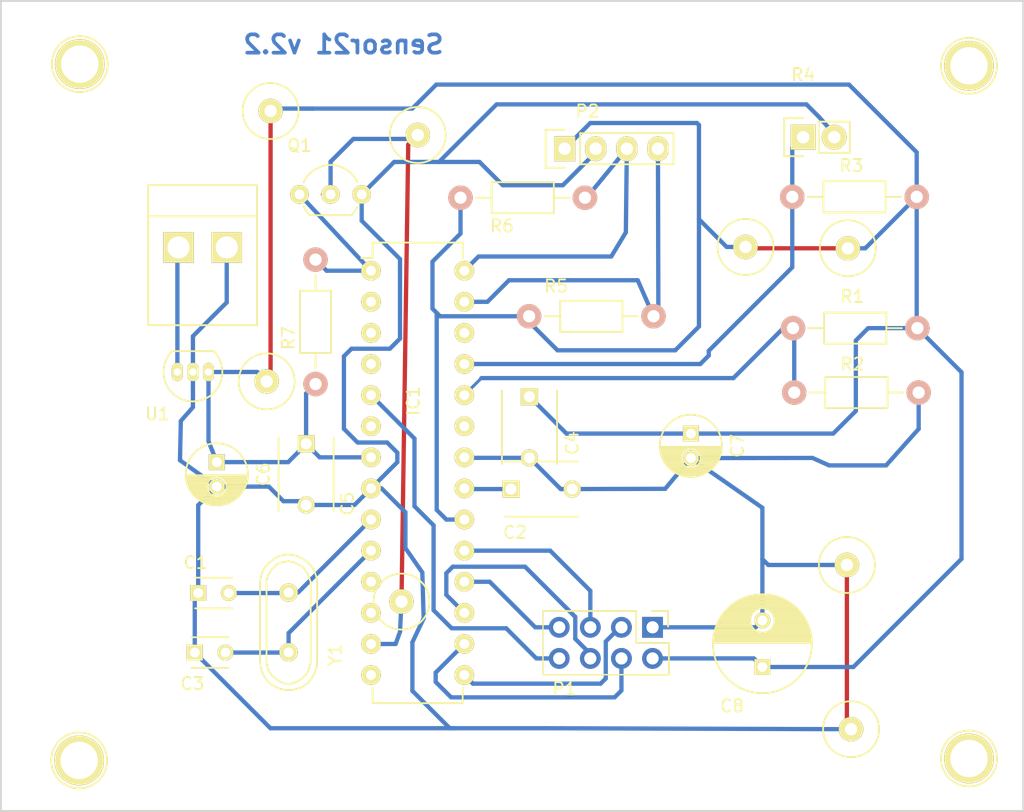
<source format=kicad_pcb>
(kicad_pcb (version 4) (host pcbnew 4.0.2+dfsg1-stable)

  (general
    (links 61)
    (no_connects 0)
    (area 84.734999 40.814999 168.365001 107.115001)
    (thickness 1.6)
    (drawings 5)
    (tracks 231)
    (zones 0)
    (modules 34)
    (nets 28)
  )

  (page A4)
  (layers
    (0 F.Cu signal)
    (31 B.Cu signal)
    (32 B.Adhes user)
    (33 F.Adhes user)
    (34 B.Paste user)
    (35 F.Paste user)
    (36 B.SilkS user)
    (37 F.SilkS user)
    (38 B.Mask user)
    (39 F.Mask user)
    (40 Dwgs.User user)
    (41 Cmts.User user)
    (42 Eco1.User user)
    (43 Eco2.User user)
    (44 Edge.Cuts user)
    (45 Margin user)
    (46 B.CrtYd user)
    (47 F.CrtYd user)
    (48 B.Fab user)
    (49 F.Fab user)
  )

  (setup
    (last_trace_width 0.25)
    (trace_clearance 0.2)
    (zone_clearance 0.508)
    (zone_45_only no)
    (trace_min 0.2)
    (segment_width 0.2)
    (edge_width 0.15)
    (via_size 0.6)
    (via_drill 0.4)
    (via_min_size 0.4)
    (via_min_drill 0.3)
    (uvia_size 0.3)
    (uvia_drill 0.1)
    (uvias_allowed no)
    (uvia_min_size 0.2)
    (uvia_min_drill 0.1)
    (pcb_text_width 0.3)
    (pcb_text_size 1.5 1.5)
    (mod_edge_width 0.15)
    (mod_text_size 1 1)
    (mod_text_width 0.15)
    (pad_size 2 2)
    (pad_drill 1)
    (pad_to_mask_clearance 0.2)
    (aux_axis_origin 0 0)
    (visible_elements FFFFFF7F)
    (pcbplotparams
      (layerselection 0x00000_80000000)
      (usegerberextensions false)
      (excludeedgelayer true)
      (linewidth 0.500000)
      (plotframeref false)
      (viasonmask false)
      (mode 1)
      (useauxorigin false)
      (hpglpennumber 1)
      (hpglpenspeed 20)
      (hpglpendiameter 15)
      (hpglpenoverlay 2)
      (psnegative false)
      (psa4output false)
      (plotreference true)
      (plotvalue true)
      (plotinvisibletext false)
      (padsonsilk false)
      (subtractmaskfromsilk false)
      (outputformat 5)
      (mirror false)
      (drillshape 2)
      (scaleselection 1)
      (outputdirectory ""))
  )

  (net 0 "")
  (net 1 +3V3)
  (net 2 "Net-(C1-Pad2)")
  (net 3 "Net-(C3-Pad2)")
  (net 4 RESET)
  (net 5 INT1)
  (net 6 CE)
  (net 7 CSN)
  (net 8 MOSI)
  (net 9 MISO)
  (net 10 SCK)
  (net 11 SDA)
  (net 12 SCL)
  (net 13 PD7)
  (net 14 "Net-(C2-Pad1)")
  (net 15 PC1)
  (net 16 PC2)
  (net 17 GND)
  (net 18 "Net-(P3-Pad2)")
  (net 19 "Net-(IC1-Pad2)")
  (net 20 "Net-(IC1-Pad3)")
  (net 21 "Net-(IC1-Pad4)")
  (net 22 "Net-(IC1-Pad6)")
  (net 23 "Net-(IC1-Pad11)")
  (net 24 "Net-(IC1-Pad12)")
  (net 25 "Net-(IC1-Pad14)")
  (net 26 "Net-(IC1-Pad23)")
  (net 27 "Net-(IC1-Pad26)")

  (net_class Default "This is the default net class."
    (clearance 0.2)
    (trace_width 0.25)
    (via_dia 0.6)
    (via_drill 0.4)
    (uvia_dia 0.3)
    (uvia_drill 0.1)
    (add_net "Net-(IC1-Pad11)")
    (add_net "Net-(IC1-Pad12)")
    (add_net "Net-(IC1-Pad14)")
    (add_net "Net-(IC1-Pad2)")
    (add_net "Net-(IC1-Pad23)")
    (add_net "Net-(IC1-Pad26)")
    (add_net "Net-(IC1-Pad3)")
    (add_net "Net-(IC1-Pad4)")
    (add_net "Net-(IC1-Pad6)")
  )

  (net_class moje ""
    (clearance 0.2)
    (trace_width 0.35)
    (via_dia 0.6)
    (via_drill 0.4)
    (uvia_dia 0.3)
    (uvia_drill 0.1)
    (add_net +3V3)
    (add_net CE)
    (add_net CSN)
    (add_net GND)
    (add_net INT1)
    (add_net MISO)
    (add_net MOSI)
    (add_net "Net-(C1-Pad2)")
    (add_net "Net-(C2-Pad1)")
    (add_net "Net-(C3-Pad2)")
    (add_net "Net-(P3-Pad2)")
    (add_net PC1)
    (add_net PC2)
    (add_net PD7)
    (add_net RESET)
    (add_net SCK)
    (add_net SCL)
    (add_net SDA)
  )

  (module Connect:1pin (layer F.Cu) (tedit 5A511108) (tstamp 5A53AF21)
    (at 153.89 86.95)
    (descr "module 1 pin (ou trou mecanique de percage)")
    (tags DEV)
    (fp_text reference 7-REF** (at 0 -3.048) (layer F.SilkS) hide
      (effects (font (size 1 1) (thickness 0.15)))
    )
    (fp_text value 1pin (at 0 2.794) (layer F.Fab) hide
      (effects (font (size 1 1) (thickness 0.15)))
    )
    (fp_circle (center 0 0) (end 0 -2.286) (layer F.SilkS) (width 0.15))
    (pad 1 thru_hole circle (at 0 0) (size 2 2) (drill 1) (layers *.Cu *.Mask F.SilkS)
      (net 17 GND))
  )

  (module Connect:1pin (layer F.Cu) (tedit 5A51110E) (tstamp 5A53AF17)
    (at 154.23 100.36)
    (descr "module 1 pin (ou trou mecanique de percage)")
    (tags DEV)
    (fp_text reference 8-REF** (at 0 -3.048) (layer F.SilkS) hide
      (effects (font (size 1 1) (thickness 0.15)))
    )
    (fp_text value 1pin (at 0 2.794) (layer F.Fab) hide
      (effects (font (size 1 1) (thickness 0.15)))
    )
    (fp_circle (center 0 0) (end 0 -2.286) (layer F.SilkS) (width 0.15))
    (pad 1 thru_hole circle (at 0 0) (size 2 2) (drill 1) (layers *.Cu *.Mask F.SilkS)
      (net 17 GND))
  )

  (module Connect:1pin (layer F.Cu) (tedit 5A5110EF) (tstamp 5A53AF12)
    (at 117.52 89.94)
    (descr "module 1 pin (ou trou mecanique de percage)")
    (tags DEV)
    (fp_text reference 4-REF** (at 0 -3.048) (layer F.SilkS) hide
      (effects (font (size 1 1) (thickness 0.15)))
    )
    (fp_text value 1pin (at 0 2.794) (layer F.Fab) hide
      (effects (font (size 1 1) (thickness 0.15)))
    )
    (fp_circle (center 0 0) (end 0 -2.286) (layer F.SilkS) (width 0.15))
    (pad 1 thru_hole circle (at 0 0) (size 2 2) (drill 1) (layers *.Cu *.Mask F.SilkS)
      (net 13 PD7))
  )

  (module Connect:1pin (layer F.Cu) (tedit 5A5110E5) (tstamp 5A53AF08)
    (at 118.85 51.84)
    (descr "module 1 pin (ou trou mecanique de percage)")
    (tags DEV)
    (fp_text reference 3-REF** (at 0 -3.048) (layer F.SilkS) hide
      (effects (font (size 1 1) (thickness 0.15)))
    )
    (fp_text value 1pin (at 0 2.794) (layer F.Fab) hide
      (effects (font (size 1 1) (thickness 0.15)))
    )
    (fp_circle (center 0 0) (end 0 -2.286) (layer F.SilkS) (width 0.15))
    (pad 1 thru_hole circle (at 0 0) (size 2 2) (drill 1) (layers *.Cu *.Mask F.SilkS)
      (net 13 PD7))
  )

  (module Connect:1pin (layer F.Cu) (tedit 5A5110FE) (tstamp 5A53AF03)
    (at 153.97 61.09)
    (descr "module 1 pin (ou trou mecanique de percage)")
    (tags DEV)
    (fp_text reference 6-REF** (at 0 -3.048) (layer F.SilkS) hide
      (effects (font (size 1 1) (thickness 0.15)))
    )
    (fp_text value 1pin (at 0 2.794) (layer F.Fab) hide
      (effects (font (size 1 1) (thickness 0.15)))
    )
    (fp_circle (center 0 0) (end 0 -2.286) (layer F.SilkS) (width 0.15))
    (pad 1 thru_hole circle (at 0 0) (size 2 2) (drill 1) (layers *.Cu *.Mask F.SilkS)
      (net 1 +3V3))
  )

  (module Connect:1pin (layer F.Cu) (tedit 5A5110F7) (tstamp 5A53AEFE)
    (at 145.61 60.98)
    (descr "module 1 pin (ou trou mecanique de percage)")
    (tags DEV)
    (fp_text reference 5-REF** (at 0 -3.048) (layer F.SilkS) hide
      (effects (font (size 1 1) (thickness 0.15)))
    )
    (fp_text value 1pin (at 0 2.794) (layer F.Fab) hide
      (effects (font (size 1 1) (thickness 0.15)))
    )
    (fp_circle (center 0 0) (end 0 -2.286) (layer F.SilkS) (width 0.15))
    (pad 1 thru_hole circle (at 0 0) (size 2 2) (drill 1) (layers *.Cu *.Mask F.SilkS)
      (net 1 +3V3))
  )

  (module Connect:1pin (layer F.Cu) (tedit 5A5110DF) (tstamp 5A53AEF9)
    (at 106.51 71.96)
    (descr "module 1 pin (ou trou mecanique de percage)")
    (tags DEV)
    (fp_text reference 2-REF** (at 0 -3.048) (layer F.SilkS) hide
      (effects (font (size 1 1) (thickness 0.15)))
    )
    (fp_text value 1pin (at 0 2.794) (layer F.Fab) hide
      (effects (font (size 1 1) (thickness 0.15)))
    )
    (fp_circle (center 0 0) (end 0 -2.286) (layer F.SilkS) (width 0.15))
    (pad 1 thru_hole circle (at 0 0) (size 2 2) (drill 1) (layers *.Cu *.Mask F.SilkS)
      (net 1 +3V3))
  )

  (module Capacitors_ThroughHole:C_Disc_D3_P2.5 (layer F.Cu) (tedit 5A5010B1) (tstamp 5A4F7EFF)
    (at 100.92 89.24)
    (descr "Capacitor 3mm Disc, Pitch 2.5mm")
    (tags Capacitor)
    (path /5A4F6FEC)
    (fp_text reference C1 (at -0.22 -2.49) (layer F.SilkS)
      (effects (font (size 1 1) (thickness 0.15)))
    )
    (fp_text value 22n (at 2.35 -2.44) (layer F.Fab)
      (effects (font (size 1 1) (thickness 0.15)))
    )
    (fp_line (start -0.9 -1.5) (end 3.4 -1.5) (layer F.CrtYd) (width 0.05))
    (fp_line (start 3.4 -1.5) (end 3.4 1.5) (layer F.CrtYd) (width 0.05))
    (fp_line (start 3.4 1.5) (end -0.9 1.5) (layer F.CrtYd) (width 0.05))
    (fp_line (start -0.9 1.5) (end -0.9 -1.5) (layer F.CrtYd) (width 0.05))
    (fp_line (start -0.25 -1.25) (end 2.75 -1.25) (layer F.SilkS) (width 0.15))
    (fp_line (start 2.75 1.25) (end -0.25 1.25) (layer F.SilkS) (width 0.15))
    (pad 1 thru_hole rect (at 0 0) (size 1.3 1.3) (drill 0.8) (layers *.Cu *.Mask F.SilkS)
      (net 17 GND))
    (pad 2 thru_hole circle (at 2.5 0) (size 1.3 1.3) (drill 0.8001) (layers *.Cu *.Mask F.SilkS)
      (net 2 "Net-(C1-Pad2)"))
    (model Capacitors_ThroughHole.3dshapes/C_Disc_D3_P2.5.wrl
      (at (xyz 0.0492126 0 0))
      (scale (xyz 1 1 1))
      (rotate (xyz 0 0 0))
    )
  )

  (module Capacitors_ThroughHole:C_Disc_D6_P5 (layer F.Cu) (tedit 5A501263) (tstamp 5A4F7F05)
    (at 126.46 80.75)
    (descr "Capacitor 6mm Disc, Pitch 5mm")
    (tags Capacitor)
    (path /5A4F7363)
    (fp_text reference C2 (at 0.33 3.54) (layer F.SilkS)
      (effects (font (size 1 1) (thickness 0.15)))
    )
    (fp_text value 100n (at 3.38 3.49) (layer F.Fab)
      (effects (font (size 1 1) (thickness 0.15)))
    )
    (fp_line (start -0.95 -2.5) (end 5.95 -2.5) (layer F.CrtYd) (width 0.05))
    (fp_line (start 5.95 -2.5) (end 5.95 2.5) (layer F.CrtYd) (width 0.05))
    (fp_line (start 5.95 2.5) (end -0.95 2.5) (layer F.CrtYd) (width 0.05))
    (fp_line (start -0.95 2.5) (end -0.95 -2.5) (layer F.CrtYd) (width 0.05))
    (fp_line (start -0.5 -2.25) (end 5.5 -2.25) (layer F.SilkS) (width 0.15))
    (fp_line (start 5.5 2.25) (end -0.5 2.25) (layer F.SilkS) (width 0.15))
    (pad 1 thru_hole rect (at 0 0) (size 1.4 1.4) (drill 0.9) (layers *.Cu *.Mask F.SilkS)
      (net 14 "Net-(C2-Pad1)"))
    (pad 2 thru_hole circle (at 5 0) (size 1.4 1.4) (drill 0.9) (layers *.Cu *.Mask F.SilkS)
      (net 17 GND))
    (model Capacitors_ThroughHole.3dshapes/C_Disc_D6_P5.wrl
      (at (xyz 0.0984252 0 0))
      (scale (xyz 1 1 1))
      (rotate (xyz 0 0 0))
    )
  )

  (module Capacitors_ThroughHole:C_Disc_D3_P2.5 (layer F.Cu) (tedit 5A5010A0) (tstamp 5A4F7F0B)
    (at 100.64 94.1)
    (descr "Capacitor 3mm Disc, Pitch 2.5mm")
    (tags Capacitor)
    (path /5A4F6F9F)
    (fp_text reference C3 (at -0.2 2.54) (layer F.SilkS)
      (effects (font (size 1 1) (thickness 0.15)))
    )
    (fp_text value 22n (at 2.32 2.47) (layer F.Fab)
      (effects (font (size 1 1) (thickness 0.15)))
    )
    (fp_line (start -0.9 -1.5) (end 3.4 -1.5) (layer F.CrtYd) (width 0.05))
    (fp_line (start 3.4 -1.5) (end 3.4 1.5) (layer F.CrtYd) (width 0.05))
    (fp_line (start 3.4 1.5) (end -0.9 1.5) (layer F.CrtYd) (width 0.05))
    (fp_line (start -0.9 1.5) (end -0.9 -1.5) (layer F.CrtYd) (width 0.05))
    (fp_line (start -0.25 -1.25) (end 2.75 -1.25) (layer F.SilkS) (width 0.15))
    (fp_line (start 2.75 1.25) (end -0.25 1.25) (layer F.SilkS) (width 0.15))
    (pad 1 thru_hole rect (at 0 0) (size 1.3 1.3) (drill 0.8) (layers *.Cu *.Mask F.SilkS)
      (net 17 GND))
    (pad 2 thru_hole circle (at 2.5 0) (size 1.3 1.3) (drill 0.8001) (layers *.Cu *.Mask F.SilkS)
      (net 3 "Net-(C3-Pad2)"))
    (model Capacitors_ThroughHole.3dshapes/C_Disc_D3_P2.5.wrl
      (at (xyz 0.0492126 0 0))
      (scale (xyz 1 1 1))
      (rotate (xyz 0 0 0))
    )
  )

  (module Capacitors_ThroughHole:C_Disc_D6_P5 (layer F.Cu) (tedit 5A501256) (tstamp 5A4F7F11)
    (at 127.97 73.2 270)
    (descr "Capacitor 6mm Disc, Pitch 5mm")
    (tags Capacitor)
    (path /5A4F744F)
    (fp_text reference C4 (at 3.8 -3.49 270) (layer F.SilkS)
      (effects (font (size 1 1) (thickness 0.15)))
    )
    (fp_text value 100n (at 0.87 -3.46 270) (layer F.Fab)
      (effects (font (size 1 1) (thickness 0.15)))
    )
    (fp_line (start -0.95 -2.5) (end 5.95 -2.5) (layer F.CrtYd) (width 0.05))
    (fp_line (start 5.95 -2.5) (end 5.95 2.5) (layer F.CrtYd) (width 0.05))
    (fp_line (start 5.95 2.5) (end -0.95 2.5) (layer F.CrtYd) (width 0.05))
    (fp_line (start -0.95 2.5) (end -0.95 -2.5) (layer F.CrtYd) (width 0.05))
    (fp_line (start -0.5 -2.25) (end 5.5 -2.25) (layer F.SilkS) (width 0.15))
    (fp_line (start 5.5 2.25) (end -0.5 2.25) (layer F.SilkS) (width 0.15))
    (pad 1 thru_hole rect (at 0 0 270) (size 1.4 1.4) (drill 0.9) (layers *.Cu *.Mask F.SilkS)
      (net 1 +3V3))
    (pad 2 thru_hole circle (at 5 0 270) (size 1.4 1.4) (drill 0.9) (layers *.Cu *.Mask F.SilkS)
      (net 17 GND))
    (model Capacitors_ThroughHole.3dshapes/C_Disc_D6_P5.wrl
      (at (xyz 0.0984252 0 0))
      (scale (xyz 1 1 1))
      (rotate (xyz 0 0 0))
    )
  )

  (module Capacitors_ThroughHole:C_Disc_D6_P5 (layer F.Cu) (tedit 5A5010D2) (tstamp 5A4F7F17)
    (at 109.73 77.05 270)
    (descr "Capacitor 6mm Disc, Pitch 5mm")
    (tags Capacitor)
    (path /5A4F753A)
    (fp_text reference C5 (at 4.9 -3.37 270) (layer F.SilkS)
      (effects (font (size 1 1) (thickness 0.15)))
    )
    (fp_text value 100n (at 1.8 -3.26 270) (layer F.Fab)
      (effects (font (size 1 1) (thickness 0.15)))
    )
    (fp_line (start -0.95 -2.5) (end 5.95 -2.5) (layer F.CrtYd) (width 0.05))
    (fp_line (start 5.95 -2.5) (end 5.95 2.5) (layer F.CrtYd) (width 0.05))
    (fp_line (start 5.95 2.5) (end -0.95 2.5) (layer F.CrtYd) (width 0.05))
    (fp_line (start -0.95 2.5) (end -0.95 -2.5) (layer F.CrtYd) (width 0.05))
    (fp_line (start -0.5 -2.25) (end 5.5 -2.25) (layer F.SilkS) (width 0.15))
    (fp_line (start 5.5 2.25) (end -0.5 2.25) (layer F.SilkS) (width 0.15))
    (pad 1 thru_hole rect (at 0 0 270) (size 1.4 1.4) (drill 0.9) (layers *.Cu *.Mask F.SilkS)
      (net 1 +3V3))
    (pad 2 thru_hole circle (at 5 0 270) (size 1.4 1.4) (drill 0.9) (layers *.Cu *.Mask F.SilkS)
      (net 17 GND))
    (model Capacitors_ThroughHole.3dshapes/C_Disc_D6_P5.wrl
      (at (xyz 0.0984252 0 0))
      (scale (xyz 1 1 1))
      (rotate (xyz 0 0 0))
    )
  )

  (module Housings_DIP:DIP-28_W7.62mm (layer F.Cu) (tedit 5A50105B) (tstamp 5A4F7F49)
    (at 115.032143 62.92)
    (descr "28-lead dip package, row spacing 7.62 mm (300 mils)")
    (tags "dil dip 2.54 300")
    (path /5A4F6E80)
    (fp_text reference IC1 (at 3.457857 10.63 90) (layer F.SilkS)
      (effects (font (size 1 1) (thickness 0.15)))
    )
    (fp_text value ATMEGA8-P (at 3.617857 4.09 90) (layer F.Fab)
      (effects (font (size 1 1) (thickness 0.15)))
    )
    (fp_line (start -1.05 -2.45) (end -1.05 35.5) (layer F.CrtYd) (width 0.05))
    (fp_line (start 8.65 -2.45) (end 8.65 35.5) (layer F.CrtYd) (width 0.05))
    (fp_line (start -1.05 -2.45) (end 8.65 -2.45) (layer F.CrtYd) (width 0.05))
    (fp_line (start -1.05 35.5) (end 8.65 35.5) (layer F.CrtYd) (width 0.05))
    (fp_line (start 0.135 -2.295) (end 0.135 -1.025) (layer F.SilkS) (width 0.15))
    (fp_line (start 7.485 -2.295) (end 7.485 -1.025) (layer F.SilkS) (width 0.15))
    (fp_line (start 7.485 35.315) (end 7.485 34.045) (layer F.SilkS) (width 0.15))
    (fp_line (start 0.135 35.315) (end 0.135 34.045) (layer F.SilkS) (width 0.15))
    (fp_line (start 0.135 -2.295) (end 7.485 -2.295) (layer F.SilkS) (width 0.15))
    (fp_line (start 0.135 35.315) (end 7.485 35.315) (layer F.SilkS) (width 0.15))
    (fp_line (start 0.135 -1.025) (end -0.8 -1.025) (layer F.SilkS) (width 0.15))
    (pad 1 thru_hole oval (at 0 0) (size 1.6 1.6) (drill 0.8) (layers *.Cu *.Mask F.SilkS)
      (net 4 RESET))
    (pad 2 thru_hole oval (at 0 2.54) (size 1.6 1.6) (drill 0.8) (layers *.Cu *.Mask F.SilkS)
      (net 19 "Net-(IC1-Pad2)"))
    (pad 3 thru_hole oval (at 0 5.08) (size 1.6 1.6) (drill 0.8) (layers *.Cu *.Mask F.SilkS)
      (net 20 "Net-(IC1-Pad3)"))
    (pad 4 thru_hole oval (at 0 7.62) (size 1.6 1.6) (drill 0.8) (layers *.Cu *.Mask F.SilkS)
      (net 21 "Net-(IC1-Pad4)"))
    (pad 5 thru_hole oval (at 0 10.16) (size 1.6 1.6) (drill 0.8) (layers *.Cu *.Mask F.SilkS)
      (net 5 INT1))
    (pad 6 thru_hole oval (at 0 12.7) (size 1.6 1.6) (drill 0.8) (layers *.Cu *.Mask F.SilkS)
      (net 22 "Net-(IC1-Pad6)"))
    (pad 7 thru_hole oval (at 0 15.24) (size 1.6 1.6) (drill 0.8) (layers *.Cu *.Mask F.SilkS)
      (net 1 +3V3))
    (pad 8 thru_hole oval (at 0 17.78) (size 1.6 1.6) (drill 0.8) (layers *.Cu *.Mask F.SilkS)
      (net 17 GND))
    (pad 9 thru_hole oval (at 0 20.32) (size 1.6 1.6) (drill 0.8) (layers *.Cu *.Mask F.SilkS)
      (net 2 "Net-(C1-Pad2)"))
    (pad 10 thru_hole oval (at 0 22.86) (size 1.6 1.6) (drill 0.8) (layers *.Cu *.Mask F.SilkS)
      (net 3 "Net-(C3-Pad2)"))
    (pad 11 thru_hole oval (at 0 25.4) (size 1.6 1.6) (drill 0.8) (layers *.Cu *.Mask F.SilkS)
      (net 23 "Net-(IC1-Pad11)"))
    (pad 12 thru_hole oval (at 0 27.94) (size 1.6 1.6) (drill 0.8) (layers *.Cu *.Mask F.SilkS)
      (net 24 "Net-(IC1-Pad12)"))
    (pad 13 thru_hole oval (at 0 30.48) (size 1.6 1.6) (drill 0.8) (layers *.Cu *.Mask F.SilkS)
      (net 13 PD7))
    (pad 14 thru_hole oval (at 0 33.02) (size 1.6 1.6) (drill 0.8) (layers *.Cu *.Mask F.SilkS)
      (net 25 "Net-(IC1-Pad14)"))
    (pad 15 thru_hole oval (at 7.62 33.02) (size 1.6 1.6) (drill 0.8) (layers *.Cu *.Mask F.SilkS)
      (net 6 CE))
    (pad 16 thru_hole oval (at 7.62 30.48) (size 1.6 1.6) (drill 0.8) (layers *.Cu *.Mask F.SilkS)
      (net 7 CSN))
    (pad 17 thru_hole oval (at 7.62 27.94) (size 1.6 1.6) (drill 0.8) (layers *.Cu *.Mask F.SilkS)
      (net 8 MOSI))
    (pad 18 thru_hole oval (at 7.62 25.4) (size 1.6 1.6) (drill 0.8) (layers *.Cu *.Mask F.SilkS)
      (net 9 MISO))
    (pad 19 thru_hole oval (at 7.62 22.86) (size 1.6 1.6) (drill 0.8) (layers *.Cu *.Mask F.SilkS)
      (net 10 SCK))
    (pad 20 thru_hole oval (at 7.62 20.32) (size 1.6 1.6) (drill 0.8) (layers *.Cu *.Mask F.SilkS)
      (net 1 +3V3))
    (pad 21 thru_hole oval (at 7.62 17.78) (size 1.6 1.6) (drill 0.8) (layers *.Cu *.Mask F.SilkS)
      (net 14 "Net-(C2-Pad1)"))
    (pad 22 thru_hole oval (at 7.62 15.24) (size 1.6 1.6) (drill 0.8) (layers *.Cu *.Mask F.SilkS)
      (net 17 GND))
    (pad 23 thru_hole oval (at 7.62 12.7) (size 1.6 1.6) (drill 0.8) (layers *.Cu *.Mask F.SilkS)
      (net 26 "Net-(IC1-Pad23)"))
    (pad 24 thru_hole oval (at 7.62 10.16) (size 1.6 1.6) (drill 0.8) (layers *.Cu *.Mask F.SilkS)
      (net 15 PC1))
    (pad 25 thru_hole oval (at 7.62 7.62) (size 1.6 1.6) (drill 0.8) (layers *.Cu *.Mask F.SilkS)
      (net 16 PC2))
    (pad 26 thru_hole oval (at 7.62 5.08) (size 1.6 1.6) (drill 0.8) (layers *.Cu *.Mask F.SilkS)
      (net 27 "Net-(IC1-Pad26)"))
    (pad 27 thru_hole oval (at 7.62 2.54) (size 1.6 1.6) (drill 0.8) (layers *.Cu *.Mask F.SilkS)
      (net 11 SDA))
    (pad 28 thru_hole oval (at 7.62 0) (size 1.6 1.6) (drill 0.8) (layers *.Cu *.Mask F.SilkS)
      (net 12 SCL))
    (model Housings_DIP.3dshapes/DIP-28_W7.62mm.wrl
      (at (xyz 0 0 0))
      (scale (xyz 1 1 1))
      (rotate (xyz 0 0 0))
    )
  )

  (module Socket_Strips:Socket_Strip_Straight_1x04 (layer F.Cu) (tedit 5A5011AF) (tstamp 5A4F7F5D)
    (at 130.84 52.96)
    (descr "Through hole socket strip")
    (tags "socket strip")
    (path /5A4F7940)
    (fp_text reference P2 (at 1.87 -3.07) (layer F.SilkS)
      (effects (font (size 1 1) (thickness 0.15)))
    )
    (fp_text value BME280 (at 6.14 -3.01) (layer F.Fab)
      (effects (font (size 1 1) (thickness 0.15)))
    )
    (fp_line (start -1.75 -1.75) (end -1.75 1.75) (layer F.CrtYd) (width 0.05))
    (fp_line (start 9.4 -1.75) (end 9.4 1.75) (layer F.CrtYd) (width 0.05))
    (fp_line (start -1.75 -1.75) (end 9.4 -1.75) (layer F.CrtYd) (width 0.05))
    (fp_line (start -1.75 1.75) (end 9.4 1.75) (layer F.CrtYd) (width 0.05))
    (fp_line (start 1.27 -1.27) (end 8.89 -1.27) (layer F.SilkS) (width 0.15))
    (fp_line (start 1.27 1.27) (end 8.89 1.27) (layer F.SilkS) (width 0.15))
    (fp_line (start -1.55 1.55) (end 0 1.55) (layer F.SilkS) (width 0.15))
    (fp_line (start 8.89 -1.27) (end 8.89 1.27) (layer F.SilkS) (width 0.15))
    (fp_line (start 1.27 1.27) (end 1.27 -1.27) (layer F.SilkS) (width 0.15))
    (fp_line (start 0 -1.55) (end -1.55 -1.55) (layer F.SilkS) (width 0.15))
    (fp_line (start -1.55 -1.55) (end -1.55 1.55) (layer F.SilkS) (width 0.15))
    (pad 1 thru_hole rect (at 0 0) (size 1.7272 2.032) (drill 1.016) (layers *.Cu *.Mask F.SilkS)
      (net 1 +3V3))
    (pad 2 thru_hole oval (at 2.54 0) (size 1.7272 2.032) (drill 1.016) (layers *.Cu *.Mask F.SilkS)
      (net 17 GND))
    (pad 3 thru_hole oval (at 5.08 0) (size 1.7272 2.032) (drill 1.016) (layers *.Cu *.Mask F.SilkS)
      (net 12 SCL))
    (pad 4 thru_hole oval (at 7.62 0) (size 1.7272 2.032) (drill 1.016) (layers *.Cu *.Mask F.SilkS)
      (net 11 SDA))
    (model Socket_Strips.3dshapes/Socket_Strip_Straight_1x04.wrl
      (at (xyz 0.15 0 0))
      (scale (xyz 1 1 1))
      (rotate (xyz 0 0 180))
    )
  )

  (module Resistors_ThroughHole:Resistor_Horizontal_RM10mm (layer F.Cu) (tedit 5A501217) (tstamp 5A4F7F63)
    (at 159.65 67.61 180)
    (descr "Resistor, Axial,  RM 10mm, 1/3W")
    (tags "Resistor Axial RM 10mm 1/3W")
    (path /5A4FB155)
    (fp_text reference R1 (at 5.31 2.59 180) (layer F.SilkS)
      (effects (font (size 1 1) (thickness 0.15)))
    )
    (fp_text value 12k (at 2.43 2.59 180) (layer F.Fab)
      (effects (font (size 1 1) (thickness 0.15)))
    )
    (fp_line (start -1.25 -1.5) (end 11.4 -1.5) (layer F.CrtYd) (width 0.05))
    (fp_line (start -1.25 1.5) (end -1.25 -1.5) (layer F.CrtYd) (width 0.05))
    (fp_line (start 11.4 -1.5) (end 11.4 1.5) (layer F.CrtYd) (width 0.05))
    (fp_line (start -1.25 1.5) (end 11.4 1.5) (layer F.CrtYd) (width 0.05))
    (fp_line (start 2.54 -1.27) (end 7.62 -1.27) (layer F.SilkS) (width 0.15))
    (fp_line (start 7.62 -1.27) (end 7.62 1.27) (layer F.SilkS) (width 0.15))
    (fp_line (start 7.62 1.27) (end 2.54 1.27) (layer F.SilkS) (width 0.15))
    (fp_line (start 2.54 1.27) (end 2.54 -1.27) (layer F.SilkS) (width 0.15))
    (fp_line (start 2.54 0) (end 1.27 0) (layer F.SilkS) (width 0.15))
    (fp_line (start 7.62 0) (end 8.89 0) (layer F.SilkS) (width 0.15))
    (pad 1 thru_hole circle (at 0 0 180) (size 1.99898 1.99898) (drill 1.00076) (layers *.Cu *.SilkS *.Mask)
      (net 1 +3V3))
    (pad 2 thru_hole circle (at 10.16 0 180) (size 1.99898 1.99898) (drill 1.00076) (layers *.Cu *.SilkS *.Mask)
      (net 15 PC1))
    (model Resistors_ThroughHole.3dshapes/Resistor_Horizontal_RM10mm.wrl
      (at (xyz 0 0 0))
      (scale (xyz 0.4 0.4 0.4))
      (rotate (xyz 0 0 0))
    )
  )

  (module Resistors_ThroughHole:Resistor_Horizontal_RM10mm (layer F.Cu) (tedit 5A501225) (tstamp 5A4F7F69)
    (at 149.59 72.87)
    (descr "Resistor, Axial,  RM 10mm, 1/3W")
    (tags "Resistor Axial RM 10mm 1/3W")
    (path /5A4FB1CA)
    (fp_text reference R2 (at 4.75 -2.32) (layer F.SilkS)
      (effects (font (size 1 1) (thickness 0.15)))
    )
    (fp_text value 33k (at 7.38 -2.24) (layer F.Fab)
      (effects (font (size 1 1) (thickness 0.15)))
    )
    (fp_line (start -1.25 -1.5) (end 11.4 -1.5) (layer F.CrtYd) (width 0.05))
    (fp_line (start -1.25 1.5) (end -1.25 -1.5) (layer F.CrtYd) (width 0.05))
    (fp_line (start 11.4 -1.5) (end 11.4 1.5) (layer F.CrtYd) (width 0.05))
    (fp_line (start -1.25 1.5) (end 11.4 1.5) (layer F.CrtYd) (width 0.05))
    (fp_line (start 2.54 -1.27) (end 7.62 -1.27) (layer F.SilkS) (width 0.15))
    (fp_line (start 7.62 -1.27) (end 7.62 1.27) (layer F.SilkS) (width 0.15))
    (fp_line (start 7.62 1.27) (end 2.54 1.27) (layer F.SilkS) (width 0.15))
    (fp_line (start 2.54 1.27) (end 2.54 -1.27) (layer F.SilkS) (width 0.15))
    (fp_line (start 2.54 0) (end 1.27 0) (layer F.SilkS) (width 0.15))
    (fp_line (start 7.62 0) (end 8.89 0) (layer F.SilkS) (width 0.15))
    (pad 1 thru_hole circle (at 0 0) (size 1.99898 1.99898) (drill 1.00076) (layers *.Cu *.SilkS *.Mask)
      (net 15 PC1))
    (pad 2 thru_hole circle (at 10.16 0) (size 1.99898 1.99898) (drill 1.00076) (layers *.Cu *.SilkS *.Mask)
      (net 17 GND))
    (model Resistors_ThroughHole.3dshapes/Resistor_Horizontal_RM10mm.wrl
      (at (xyz 0 0 0))
      (scale (xyz 0.4 0.4 0.4))
      (rotate (xyz 0 0 0))
    )
  )

  (module Resistors_ThroughHole:Resistor_Horizontal_RM10mm (layer F.Cu) (tedit 5A5011F8) (tstamp 5A4F7F6F)
    (at 159.59 56.89 180)
    (descr "Resistor, Axial,  RM 10mm, 1/3W")
    (tags "Resistor Axial RM 10mm 1/3W")
    (path /5A4FBC17)
    (fp_text reference R3 (at 5.33 2.55 180) (layer F.SilkS)
      (effects (font (size 1 1) (thickness 0.15)))
    )
    (fp_text value 12k (at 2.56 2.59 180) (layer F.Fab)
      (effects (font (size 1 1) (thickness 0.15)))
    )
    (fp_line (start -1.25 -1.5) (end 11.4 -1.5) (layer F.CrtYd) (width 0.05))
    (fp_line (start -1.25 1.5) (end -1.25 -1.5) (layer F.CrtYd) (width 0.05))
    (fp_line (start 11.4 -1.5) (end 11.4 1.5) (layer F.CrtYd) (width 0.05))
    (fp_line (start -1.25 1.5) (end 11.4 1.5) (layer F.CrtYd) (width 0.05))
    (fp_line (start 2.54 -1.27) (end 7.62 -1.27) (layer F.SilkS) (width 0.15))
    (fp_line (start 7.62 -1.27) (end 7.62 1.27) (layer F.SilkS) (width 0.15))
    (fp_line (start 7.62 1.27) (end 2.54 1.27) (layer F.SilkS) (width 0.15))
    (fp_line (start 2.54 1.27) (end 2.54 -1.27) (layer F.SilkS) (width 0.15))
    (fp_line (start 2.54 0) (end 1.27 0) (layer F.SilkS) (width 0.15))
    (fp_line (start 7.62 0) (end 8.89 0) (layer F.SilkS) (width 0.15))
    (pad 1 thru_hole circle (at 0 0 180) (size 1.99898 1.99898) (drill 1.00076) (layers *.Cu *.SilkS *.Mask)
      (net 1 +3V3))
    (pad 2 thru_hole circle (at 10.16 0 180) (size 1.99898 1.99898) (drill 1.00076) (layers *.Cu *.SilkS *.Mask)
      (net 16 PC2))
    (model Resistors_ThroughHole.3dshapes/Resistor_Horizontal_RM10mm.wrl
      (at (xyz 0 0 0))
      (scale (xyz 0.4 0.4 0.4))
      (rotate (xyz 0 0 0))
    )
  )

  (module Resistors_ThroughHole:Resistor_Horizontal_RM10mm (layer F.Cu) (tedit 5A50123C) (tstamp 5A4F7F7B)
    (at 127.94 66.64)
    (descr "Resistor, Axial,  RM 10mm, 1/3W")
    (tags "Resistor Axial RM 10mm 1/3W")
    (path /5A4F8C86)
    (fp_text reference R5 (at 2.2 -2.46) (layer F.SilkS)
      (effects (font (size 1 1) (thickness 0.15)))
    )
    (fp_text value 4k7 (at 5.11 -2.38) (layer F.Fab)
      (effects (font (size 1 1) (thickness 0.15)))
    )
    (fp_line (start -1.25 -1.5) (end 11.4 -1.5) (layer F.CrtYd) (width 0.05))
    (fp_line (start -1.25 1.5) (end -1.25 -1.5) (layer F.CrtYd) (width 0.05))
    (fp_line (start 11.4 -1.5) (end 11.4 1.5) (layer F.CrtYd) (width 0.05))
    (fp_line (start -1.25 1.5) (end 11.4 1.5) (layer F.CrtYd) (width 0.05))
    (fp_line (start 2.54 -1.27) (end 7.62 -1.27) (layer F.SilkS) (width 0.15))
    (fp_line (start 7.62 -1.27) (end 7.62 1.27) (layer F.SilkS) (width 0.15))
    (fp_line (start 7.62 1.27) (end 2.54 1.27) (layer F.SilkS) (width 0.15))
    (fp_line (start 2.54 1.27) (end 2.54 -1.27) (layer F.SilkS) (width 0.15))
    (fp_line (start 2.54 0) (end 1.27 0) (layer F.SilkS) (width 0.15))
    (fp_line (start 7.62 0) (end 8.89 0) (layer F.SilkS) (width 0.15))
    (pad 1 thru_hole circle (at 0 0) (size 1.99898 1.99898) (drill 1.00076) (layers *.Cu *.SilkS *.Mask)
      (net 1 +3V3))
    (pad 2 thru_hole circle (at 10.16 0) (size 1.99898 1.99898) (drill 1.00076) (layers *.Cu *.SilkS *.Mask)
      (net 11 SDA))
    (model Resistors_ThroughHole.3dshapes/Resistor_Horizontal_RM10mm.wrl
      (at (xyz 0 0 0))
      (scale (xyz 0.4 0.4 0.4))
      (rotate (xyz 0 0 0))
    )
  )

  (module Resistors_ThroughHole:Resistor_Horizontal_RM10mm (layer F.Cu) (tedit 5A5011C0) (tstamp 5A4F7F81)
    (at 122.34 56.96)
    (descr "Resistor, Axial,  RM 10mm, 1/3W")
    (tags "Resistor Axial RM 10mm 1/3W")
    (path /5A4F8C17)
    (fp_text reference R6 (at 3.38 2.31) (layer F.SilkS)
      (effects (font (size 1 1) (thickness 0.15)))
    )
    (fp_text value 4k7 (at 6.08 2.33) (layer F.Fab)
      (effects (font (size 1 1) (thickness 0.15)))
    )
    (fp_line (start -1.25 -1.5) (end 11.4 -1.5) (layer F.CrtYd) (width 0.05))
    (fp_line (start -1.25 1.5) (end -1.25 -1.5) (layer F.CrtYd) (width 0.05))
    (fp_line (start 11.4 -1.5) (end 11.4 1.5) (layer F.CrtYd) (width 0.05))
    (fp_line (start -1.25 1.5) (end 11.4 1.5) (layer F.CrtYd) (width 0.05))
    (fp_line (start 2.54 -1.27) (end 7.62 -1.27) (layer F.SilkS) (width 0.15))
    (fp_line (start 7.62 -1.27) (end 7.62 1.27) (layer F.SilkS) (width 0.15))
    (fp_line (start 7.62 1.27) (end 2.54 1.27) (layer F.SilkS) (width 0.15))
    (fp_line (start 2.54 1.27) (end 2.54 -1.27) (layer F.SilkS) (width 0.15))
    (fp_line (start 2.54 0) (end 1.27 0) (layer F.SilkS) (width 0.15))
    (fp_line (start 7.62 0) (end 8.89 0) (layer F.SilkS) (width 0.15))
    (pad 1 thru_hole circle (at 0 0) (size 1.99898 1.99898) (drill 1.00076) (layers *.Cu *.SilkS *.Mask)
      (net 1 +3V3))
    (pad 2 thru_hole circle (at 10.16 0) (size 1.99898 1.99898) (drill 1.00076) (layers *.Cu *.SilkS *.Mask)
      (net 12 SCL))
    (model Resistors_ThroughHole.3dshapes/Resistor_Horizontal_RM10mm.wrl
      (at (xyz 0 0 0))
      (scale (xyz 0.4 0.4 0.4))
      (rotate (xyz 0 0 0))
    )
  )

  (module Resistors_ThroughHole:Resistor_Horizontal_RM10mm (layer F.Cu) (tedit 5A501199) (tstamp 5A4F7F87)
    (at 110.5 72.175 90)
    (descr "Resistor, Axial,  RM 10mm, 1/3W")
    (tags "Resistor Axial RM 10mm 1/3W")
    (path /5A4F7297)
    (fp_text reference R7 (at 3.755 -2.21 90) (layer F.SilkS)
      (effects (font (size 1 1) (thickness 0.15)))
    )
    (fp_text value 10k (at 6.565 -2.21 90) (layer F.Fab)
      (effects (font (size 1 1) (thickness 0.15)))
    )
    (fp_line (start -1.25 -1.5) (end 11.4 -1.5) (layer F.CrtYd) (width 0.05))
    (fp_line (start -1.25 1.5) (end -1.25 -1.5) (layer F.CrtYd) (width 0.05))
    (fp_line (start 11.4 -1.5) (end 11.4 1.5) (layer F.CrtYd) (width 0.05))
    (fp_line (start -1.25 1.5) (end 11.4 1.5) (layer F.CrtYd) (width 0.05))
    (fp_line (start 2.54 -1.27) (end 7.62 -1.27) (layer F.SilkS) (width 0.15))
    (fp_line (start 7.62 -1.27) (end 7.62 1.27) (layer F.SilkS) (width 0.15))
    (fp_line (start 7.62 1.27) (end 2.54 1.27) (layer F.SilkS) (width 0.15))
    (fp_line (start 2.54 1.27) (end 2.54 -1.27) (layer F.SilkS) (width 0.15))
    (fp_line (start 2.54 0) (end 1.27 0) (layer F.SilkS) (width 0.15))
    (fp_line (start 7.62 0) (end 8.89 0) (layer F.SilkS) (width 0.15))
    (pad 1 thru_hole circle (at 0 0 90) (size 1.99898 1.99898) (drill 1.00076) (layers *.Cu *.SilkS *.Mask)
      (net 1 +3V3))
    (pad 2 thru_hole circle (at 10.16 0 90) (size 1.99898 1.99898) (drill 1.00076) (layers *.Cu *.SilkS *.Mask)
      (net 4 RESET))
    (model Resistors_ThroughHole.3dshapes/Resistor_Horizontal_RM10mm.wrl
      (at (xyz 0 0 0))
      (scale (xyz 0.4 0.4 0.4))
      (rotate (xyz 0 0 0))
    )
  )

  (module Crystals:Crystal_HC49-U_Vertical (layer F.Cu) (tedit 5A501072) (tstamp 5A4F7F8D)
    (at 108.3 91.64 90)
    (descr "Crystal, Quarz, HC49/U, vertical, stehend,")
    (tags "Crystal, Quarz, HC49/U, vertical, stehend,")
    (path /5A4F6F46)
    (fp_text reference Y1 (at -2.65 3.8 90) (layer F.SilkS)
      (effects (font (size 1 1) (thickness 0.15)))
    )
    (fp_text value 8Mhz (at 0 3.81 90) (layer F.Fab)
      (effects (font (size 1 1) (thickness 0.15)))
    )
    (fp_line (start 4.699 -1.00076) (end 4.89966 -0.59944) (layer F.SilkS) (width 0.15))
    (fp_line (start 4.89966 -0.59944) (end 5.00126 0) (layer F.SilkS) (width 0.15))
    (fp_line (start 5.00126 0) (end 4.89966 0.50038) (layer F.SilkS) (width 0.15))
    (fp_line (start 4.89966 0.50038) (end 4.50088 1.19888) (layer F.SilkS) (width 0.15))
    (fp_line (start 4.50088 1.19888) (end 3.8989 1.6002) (layer F.SilkS) (width 0.15))
    (fp_line (start 3.8989 1.6002) (end 3.29946 1.80086) (layer F.SilkS) (width 0.15))
    (fp_line (start 3.29946 1.80086) (end -3.29946 1.80086) (layer F.SilkS) (width 0.15))
    (fp_line (start -3.29946 1.80086) (end -4.0005 1.6002) (layer F.SilkS) (width 0.15))
    (fp_line (start -4.0005 1.6002) (end -4.39928 1.30048) (layer F.SilkS) (width 0.15))
    (fp_line (start -4.39928 1.30048) (end -4.8006 0.8001) (layer F.SilkS) (width 0.15))
    (fp_line (start -4.8006 0.8001) (end -5.00126 0.20066) (layer F.SilkS) (width 0.15))
    (fp_line (start -5.00126 0.20066) (end -5.00126 -0.29972) (layer F.SilkS) (width 0.15))
    (fp_line (start -5.00126 -0.29972) (end -4.8006 -0.8001) (layer F.SilkS) (width 0.15))
    (fp_line (start -4.8006 -0.8001) (end -4.30022 -1.39954) (layer F.SilkS) (width 0.15))
    (fp_line (start -4.30022 -1.39954) (end -3.79984 -1.69926) (layer F.SilkS) (width 0.15))
    (fp_line (start -3.79984 -1.69926) (end -3.29946 -1.80086) (layer F.SilkS) (width 0.15))
    (fp_line (start -3.2004 -1.80086) (end 3.40106 -1.80086) (layer F.SilkS) (width 0.15))
    (fp_line (start 3.40106 -1.80086) (end 3.79984 -1.69926) (layer F.SilkS) (width 0.15))
    (fp_line (start 3.79984 -1.69926) (end 4.30022 -1.39954) (layer F.SilkS) (width 0.15))
    (fp_line (start 4.30022 -1.39954) (end 4.8006 -0.89916) (layer F.SilkS) (width 0.15))
    (fp_line (start -3.19024 -2.32918) (end -3.64998 -2.28092) (layer F.SilkS) (width 0.15))
    (fp_line (start -3.64998 -2.28092) (end -4.04876 -2.16916) (layer F.SilkS) (width 0.15))
    (fp_line (start -4.04876 -2.16916) (end -4.48056 -1.95072) (layer F.SilkS) (width 0.15))
    (fp_line (start -4.48056 -1.95072) (end -4.77012 -1.71958) (layer F.SilkS) (width 0.15))
    (fp_line (start -4.77012 -1.71958) (end -5.10032 -1.36906) (layer F.SilkS) (width 0.15))
    (fp_line (start -5.10032 -1.36906) (end -5.38988 -0.83058) (layer F.SilkS) (width 0.15))
    (fp_line (start -5.38988 -0.83058) (end -5.51942 -0.23114) (layer F.SilkS) (width 0.15))
    (fp_line (start -5.51942 -0.23114) (end -5.51942 0.2794) (layer F.SilkS) (width 0.15))
    (fp_line (start -5.51942 0.2794) (end -5.34924 0.98044) (layer F.SilkS) (width 0.15))
    (fp_line (start -5.34924 0.98044) (end -4.95046 1.56972) (layer F.SilkS) (width 0.15))
    (fp_line (start -4.95046 1.56972) (end -4.49072 1.94056) (layer F.SilkS) (width 0.15))
    (fp_line (start -4.49072 1.94056) (end -4.06908 2.14884) (layer F.SilkS) (width 0.15))
    (fp_line (start -4.06908 2.14884) (end -3.6195 2.30886) (layer F.SilkS) (width 0.15))
    (fp_line (start -3.6195 2.30886) (end -3.18008 2.33934) (layer F.SilkS) (width 0.15))
    (fp_line (start 4.16052 2.1209) (end 4.53898 1.89992) (layer F.SilkS) (width 0.15))
    (fp_line (start 4.53898 1.89992) (end 4.85902 1.62052) (layer F.SilkS) (width 0.15))
    (fp_line (start 4.85902 1.62052) (end 5.11048 1.29032) (layer F.SilkS) (width 0.15))
    (fp_line (start 5.11048 1.29032) (end 5.4102 0.73914) (layer F.SilkS) (width 0.15))
    (fp_line (start 5.4102 0.73914) (end 5.51942 0.26924) (layer F.SilkS) (width 0.15))
    (fp_line (start 5.51942 0.26924) (end 5.53974 -0.1905) (layer F.SilkS) (width 0.15))
    (fp_line (start 5.53974 -0.1905) (end 5.45084 -0.65024) (layer F.SilkS) (width 0.15))
    (fp_line (start 5.45084 -0.65024) (end 5.26034 -1.09982) (layer F.SilkS) (width 0.15))
    (fp_line (start 5.26034 -1.09982) (end 4.89966 -1.56972) (layer F.SilkS) (width 0.15))
    (fp_line (start 4.89966 -1.56972) (end 4.54914 -1.88976) (layer F.SilkS) (width 0.15))
    (fp_line (start 4.54914 -1.88976) (end 4.16052 -2.1209) (layer F.SilkS) (width 0.15))
    (fp_line (start 4.16052 -2.1209) (end 3.73126 -2.2606) (layer F.SilkS) (width 0.15))
    (fp_line (start 3.73126 -2.2606) (end 3.2893 -2.32918) (layer F.SilkS) (width 0.15))
    (fp_line (start -3.2004 2.32918) (end 3.2512 2.32918) (layer F.SilkS) (width 0.15))
    (fp_line (start 3.2512 2.32918) (end 3.6703 2.29108) (layer F.SilkS) (width 0.15))
    (fp_line (start 3.6703 2.29108) (end 4.16052 2.1209) (layer F.SilkS) (width 0.15))
    (fp_line (start -3.2004 -2.32918) (end 3.2512 -2.32918) (layer F.SilkS) (width 0.15))
    (pad 1 thru_hole circle (at -2.44094 0 90) (size 1.50114 1.50114) (drill 0.8001) (layers *.Cu *.Mask F.SilkS)
      (net 3 "Net-(C3-Pad2)"))
    (pad 2 thru_hole circle (at 2.44094 0 90) (size 1.50114 1.50114) (drill 0.8001) (layers *.Cu *.Mask F.SilkS)
      (net 2 "Net-(C1-Pad2)"))
  )

  (module TO_SOT_Packages_THT:TO-92_Inline_Wide (layer F.Cu) (tedit 5A501042) (tstamp 5A4F8286)
    (at 109.19 56.69)
    (descr "TO-92 leads in-line, wide, drill 0.8mm (see NXP sot054_po.pdf)")
    (tags "to-92 sc-43 sc-43a sot54 PA33 transistor")
    (path /5A4F79A7)
    (fp_text reference Q1 (at 0 -4 180) (layer F.SilkS)
      (effects (font (size 1 1) (thickness 0.15)))
    )
    (fp_text value BC548 (at 3.86 -4.03) (layer F.Fab)
      (effects (font (size 1 1) (thickness 0.15)))
    )
    (fp_arc (start 2.54 0) (end 0.84 1.7) (angle 20.5) (layer F.SilkS) (width 0.15))
    (fp_arc (start 2.54 0) (end 4.24 1.7) (angle -20.5) (layer F.SilkS) (width 0.15))
    (fp_line (start -1 1.95) (end -1 -2.65) (layer F.CrtYd) (width 0.05))
    (fp_line (start -1 1.95) (end 6.1 1.95) (layer F.CrtYd) (width 0.05))
    (fp_line (start 0.84 1.7) (end 4.24 1.7) (layer F.SilkS) (width 0.15))
    (fp_arc (start 2.54 0) (end 2.54 -2.4) (angle -65.55604127) (layer F.SilkS) (width 0.15))
    (fp_arc (start 2.54 0) (end 2.54 -2.4) (angle 65.55604127) (layer F.SilkS) (width 0.15))
    (fp_line (start -1 -2.65) (end 6.1 -2.65) (layer F.CrtYd) (width 0.05))
    (fp_line (start 6.1 1.95) (end 6.1 -2.65) (layer F.CrtYd) (width 0.05))
    (pad 2 thru_hole circle (at 2.54 0 90) (size 1.524 1.524) (drill 0.8) (layers *.Cu *.Mask F.SilkS)
      (net 13 PD7))
    (pad 3 thru_hole circle (at 5.08 0 90) (size 1.524 1.524) (drill 0.8) (layers *.Cu *.Mask F.SilkS)
      (net 17 GND))
    (pad 1 thru_hole circle (at 0 0 90) (size 1.524 1.524) (drill 0.8) (layers *.Cu *.Mask F.SilkS)
      (net 4 RESET))
    (model TO_SOT_Packages_THT.3dshapes/TO-92_Inline_Wide.wrl
      (at (xyz 0.1 0 0))
      (scale (xyz 1 1 1))
      (rotate (xyz 0 0 -90))
    )
  )

  (module Capacitors_ThroughHole:C_Radial_D8_L13_P3.8 (layer F.Cu) (tedit 5A50C2A0) (tstamp 5A4F8D8A)
    (at 146.99 95.28 90)
    (descr "Radial Electrolytic Capacitor Diameter 8mm x Length 13mm, Pitch 3.8mm")
    (tags "Electrolytic Capacitor")
    (path /5A4F9535)
    (fp_text reference C8 (at -3.18 -2.48 180) (layer F.SilkS)
      (effects (font (size 1 1) (thickness 0.15)))
    )
    (fp_text value 470u (at -3.24 0.53 180) (layer F.Fab)
      (effects (font (size 1 1) (thickness 0.15)))
    )
    (fp_line (start 1.975 -3.999) (end 1.975 3.999) (layer F.SilkS) (width 0.15))
    (fp_line (start 2.115 -3.994) (end 2.115 3.994) (layer F.SilkS) (width 0.15))
    (fp_line (start 2.255 -3.984) (end 2.255 3.984) (layer F.SilkS) (width 0.15))
    (fp_line (start 2.395 -3.969) (end 2.395 3.969) (layer F.SilkS) (width 0.15))
    (fp_line (start 2.535 -3.949) (end 2.535 3.949) (layer F.SilkS) (width 0.15))
    (fp_line (start 2.675 -3.924) (end 2.675 3.924) (layer F.SilkS) (width 0.15))
    (fp_line (start 2.815 -3.894) (end 2.815 -0.173) (layer F.SilkS) (width 0.15))
    (fp_line (start 2.815 0.173) (end 2.815 3.894) (layer F.SilkS) (width 0.15))
    (fp_line (start 2.955 -3.858) (end 2.955 -0.535) (layer F.SilkS) (width 0.15))
    (fp_line (start 2.955 0.535) (end 2.955 3.858) (layer F.SilkS) (width 0.15))
    (fp_line (start 3.095 -3.817) (end 3.095 -0.709) (layer F.SilkS) (width 0.15))
    (fp_line (start 3.095 0.709) (end 3.095 3.817) (layer F.SilkS) (width 0.15))
    (fp_line (start 3.235 -3.771) (end 3.235 -0.825) (layer F.SilkS) (width 0.15))
    (fp_line (start 3.235 0.825) (end 3.235 3.771) (layer F.SilkS) (width 0.15))
    (fp_line (start 3.375 -3.718) (end 3.375 -0.905) (layer F.SilkS) (width 0.15))
    (fp_line (start 3.375 0.905) (end 3.375 3.718) (layer F.SilkS) (width 0.15))
    (fp_line (start 3.515 -3.659) (end 3.515 -0.959) (layer F.SilkS) (width 0.15))
    (fp_line (start 3.515 0.959) (end 3.515 3.659) (layer F.SilkS) (width 0.15))
    (fp_line (start 3.655 -3.594) (end 3.655 -0.989) (layer F.SilkS) (width 0.15))
    (fp_line (start 3.655 0.989) (end 3.655 3.594) (layer F.SilkS) (width 0.15))
    (fp_line (start 3.795 -3.523) (end 3.795 -1) (layer F.SilkS) (width 0.15))
    (fp_line (start 3.795 1) (end 3.795 3.523) (layer F.SilkS) (width 0.15))
    (fp_line (start 3.935 -3.444) (end 3.935 -0.991) (layer F.SilkS) (width 0.15))
    (fp_line (start 3.935 0.991) (end 3.935 3.444) (layer F.SilkS) (width 0.15))
    (fp_line (start 4.075 -3.357) (end 4.075 -0.961) (layer F.SilkS) (width 0.15))
    (fp_line (start 4.075 0.961) (end 4.075 3.357) (layer F.SilkS) (width 0.15))
    (fp_line (start 4.215 -3.262) (end 4.215 -0.91) (layer F.SilkS) (width 0.15))
    (fp_line (start 4.215 0.91) (end 4.215 3.262) (layer F.SilkS) (width 0.15))
    (fp_line (start 4.355 -3.158) (end 4.355 -0.832) (layer F.SilkS) (width 0.15))
    (fp_line (start 4.355 0.832) (end 4.355 3.158) (layer F.SilkS) (width 0.15))
    (fp_line (start 4.495 -3.044) (end 4.495 -0.719) (layer F.SilkS) (width 0.15))
    (fp_line (start 4.495 0.719) (end 4.495 3.044) (layer F.SilkS) (width 0.15))
    (fp_line (start 4.635 -2.919) (end 4.635 -0.55) (layer F.SilkS) (width 0.15))
    (fp_line (start 4.635 0.55) (end 4.635 2.919) (layer F.SilkS) (width 0.15))
    (fp_line (start 4.775 -2.781) (end 4.775 -0.222) (layer F.SilkS) (width 0.15))
    (fp_line (start 4.775 0.222) (end 4.775 2.781) (layer F.SilkS) (width 0.15))
    (fp_line (start 4.915 -2.629) (end 4.915 2.629) (layer F.SilkS) (width 0.15))
    (fp_line (start 5.055 -2.459) (end 5.055 2.459) (layer F.SilkS) (width 0.15))
    (fp_line (start 5.195 -2.268) (end 5.195 2.268) (layer F.SilkS) (width 0.15))
    (fp_line (start 5.335 -2.05) (end 5.335 2.05) (layer F.SilkS) (width 0.15))
    (fp_line (start 5.475 -1.794) (end 5.475 1.794) (layer F.SilkS) (width 0.15))
    (fp_line (start 5.615 -1.483) (end 5.615 1.483) (layer F.SilkS) (width 0.15))
    (fp_line (start 5.755 -1.067) (end 5.755 1.067) (layer F.SilkS) (width 0.15))
    (fp_line (start 5.895 -0.2) (end 5.895 0.2) (layer F.SilkS) (width 0.15))
    (fp_circle (center 3.8 0) (end 3.8 -1) (layer F.SilkS) (width 0.15))
    (fp_circle (center 1.9 0) (end 1.9 -4.0375) (layer F.SilkS) (width 0.15))
    (fp_circle (center 1.9 0) (end 1.9 -4.3) (layer F.CrtYd) (width 0.05))
    (pad 1 thru_hole rect (at 0 0 90) (size 1.3 1.3) (drill 0.8) (layers *.Cu *.Mask F.SilkS)
      (net 1 +3V3))
    (pad 2 thru_hole circle (at 3.8 0 90) (size 1.3 1.3) (drill 0.8) (layers *.Cu *.Mask F.SilkS)
      (net 17 GND))
    (model Capacitors_ThroughHole.3dshapes/C_Radial_D8_L13_P3.8.wrl
      (at (xyz 0.0748031 0 0))
      (scale (xyz 1 1 1))
      (rotate (xyz 0 0 90))
    )
  )

  (module TO_SOT_Packages_THT:TO-92_Inline_Narrow_Oval (layer F.Cu) (tedit 5A501177) (tstamp 5A4FA85A)
    (at 101.76 71.19 180)
    (descr "TO-92 leads in-line, narrow, oval pads, drill 0.6mm (see NXP sot054_po.pdf)")
    (tags "to-92 sc-43 sc-43a sot54 PA33 transistor")
    (path /5A4FEC87)
    (fp_text reference U1 (at 4.18 -3.43 360) (layer F.SilkS)
      (effects (font (size 1 1) (thickness 0.15)))
    )
    (fp_text value LM2931AZ-3.3/5.0 (at -2.34 -3.49 360) (layer F.Fab)
      (effects (font (size 1 1) (thickness 0.15)))
    )
    (fp_line (start -1.4 1.95) (end -1.4 -2.65) (layer F.CrtYd) (width 0.05))
    (fp_line (start -1.4 1.95) (end 3.95 1.95) (layer F.CrtYd) (width 0.05))
    (fp_line (start -0.43 1.7) (end 2.97 1.7) (layer F.SilkS) (width 0.15))
    (fp_arc (start 1.27 0) (end 1.27 -2.4) (angle -135) (layer F.SilkS) (width 0.15))
    (fp_arc (start 1.27 0) (end 1.27 -2.4) (angle 135) (layer F.SilkS) (width 0.15))
    (fp_line (start -1.4 -2.65) (end 3.95 -2.65) (layer F.CrtYd) (width 0.05))
    (fp_line (start 3.95 1.95) (end 3.95 -2.65) (layer F.CrtYd) (width 0.05))
    (pad 2 thru_hole oval (at 1.27 0) (size 0.89916 1.50114) (drill 0.6) (layers *.Cu *.Mask F.SilkS)
      (net 17 GND))
    (pad 3 thru_hole oval (at 2.54 0) (size 0.89916 1.50114) (drill 0.6) (layers *.Cu *.Mask F.SilkS)
      (net 18 "Net-(P3-Pad2)"))
    (pad 1 thru_hole oval (at 0 0) (size 0.89916 1.50114) (drill 0.6) (layers *.Cu *.Mask F.SilkS)
      (net 1 +3V3))
    (model TO_SOT_Packages_THT.3dshapes/TO-92_Inline_Narrow_Oval.wrl
      (at (xyz 0.05 0 0))
      (scale (xyz 1 1 1))
      (rotate (xyz 0 0 -90))
    )
  )

  (module Connect:GTK2400-V2 (layer F.Cu) (tedit 5A501013) (tstamp 5A4FAA36)
    (at 101.28 61.02 180)
    (path /5A50002A)
    (fp_text reference P3 (at -6.35 0 270) (layer F.SilkS) hide
      (effects (font (size 1 1) (thickness 0.15)))
    )
    (fp_text value CONN_01X02 (at 0 7.62 180) (layer F.Fab) hide
      (effects (font (size 1 1) (thickness 0.15)))
    )
    (fp_line (start -4.445 2.54) (end 4.445 2.54) (layer F.SilkS) (width 0.15))
    (fp_line (start -4.445 0) (end -4.445 -5.715) (layer F.SilkS) (width 0.15))
    (fp_line (start -4.445 -5.715) (end -4.445 -6.35) (layer F.SilkS) (width 0.15))
    (fp_line (start -4.445 -6.35) (end 4.445 -6.35) (layer F.SilkS) (width 0.15))
    (fp_line (start 4.445 -6.35) (end 4.445 0) (layer F.SilkS) (width 0.15))
    (fp_line (start 4.445 0) (end 4.445 5.08) (layer F.SilkS) (width 0.15))
    (fp_line (start 4.445 5.08) (end -4.445 5.08) (layer F.SilkS) (width 0.15))
    (fp_line (start -4.445 5.08) (end -4.445 0) (layer F.SilkS) (width 0.15))
    (pad 2 thru_hole rect (at 1.9685 0 180) (size 2.49936 2.49936) (drill 1.80086) (layers *.Cu *.Mask F.SilkS)
      (net 18 "Net-(P3-Pad2)"))
    (pad 1 thru_hole rect (at -1.9685 0 180) (size 2.49936 2.49936) (drill 1.80086) (layers *.Cu *.Mask F.SilkS)
      (net 17 GND))
  )

  (module Connect:1pin (layer F.Cu) (tedit 5A5110B6) (tstamp 5A507317)
    (at 91.25 46.05)
    (descr "module 1 pin (ou trou mecanique de percage)")
    (tags DEV)
    (fp_text reference LT-REF** (at 0 -3.048) (layer F.SilkS) hide
      (effects (font (size 1 1) (thickness 0.15)))
    )
    (fp_text value 1pin (at 0 2.794) (layer F.Fab) hide
      (effects (font (size 1 1) (thickness 0.15)))
    )
    (fp_circle (center 0 0) (end 0 -2.286) (layer F.SilkS) (width 0.15))
    (pad 1 thru_hole circle (at 0 0) (size 4.064 4.064) (drill 3.048) (layers *.Cu *.Mask F.SilkS))
  )

  (module Connect:1pin (layer F.Cu) (tedit 5A5110CC) (tstamp 5A50732C)
    (at 163.86 46.19)
    (descr "module 1 pin (ou trou mecanique de percage)")
    (tags DEV)
    (fp_text reference RT-REF** (at 0 -3.048) (layer F.SilkS) hide
      (effects (font (size 1 1) (thickness 0.15)))
    )
    (fp_text value 1pin (at 0 2.794) (layer F.Fab) hide
      (effects (font (size 1 1) (thickness 0.15)))
    )
    (fp_circle (center 0 0) (end 0 -2.286) (layer F.SilkS) (width 0.15))
    (pad 1 thru_hole circle (at 0 0) (size 4.064 4.064) (drill 3.048) (layers *.Cu *.Mask F.SilkS))
  )

  (module Connect:1pin (layer F.Cu) (tedit 5A511115) (tstamp 5A507338)
    (at 163.86 102.75)
    (descr "module 1 pin (ou trou mecanique de percage)")
    (tags DEV)
    (fp_text reference RB-REF** (at 0 -3.048) (layer F.SilkS) hide
      (effects (font (size 1 1) (thickness 0.15)))
    )
    (fp_text value 1pin (at 0 2.794) (layer F.Fab) hide
      (effects (font (size 1 1) (thickness 0.15)))
    )
    (fp_circle (center 0 0) (end 0 -2.286) (layer F.SilkS) (width 0.15))
    (pad 1 thru_hole circle (at 0 0) (size 4.064 4.064) (drill 3.048) (layers *.Cu *.Mask F.SilkS))
  )

  (module Connect:1pin (layer F.Cu) (tedit 5A5110BC) (tstamp 5A507348)
    (at 91.2 102.91)
    (descr "module 1 pin (ou trou mecanique de percage)")
    (tags DEV)
    (fp_text reference LB-REF** (at 0 -3.048) (layer F.SilkS) hide
      (effects (font (size 1 1) (thickness 0.15)))
    )
    (fp_text value 1pin (at 0 2.794) (layer F.Fab) hide
      (effects (font (size 1 1) (thickness 0.15)))
    )
    (fp_circle (center 0 0) (end 0 -2.286) (layer F.SilkS) (width 0.15))
    (pad 1 thru_hole circle (at 0 0) (size 4.064 4.064) (drill 3.048) (layers *.Cu *.Mask F.SilkS))
  )

  (module Connect:1pin (layer F.Cu) (tedit 5A5110DA) (tstamp 5A5073CF)
    (at 106.83 49.88)
    (descr "module 1 pin (ou trou mecanique de percage)")
    (tags DEV)
    (fp_text reference 1-REF** (at 0 -3.048) (layer F.SilkS) hide
      (effects (font (size 1 1) (thickness 0.15)))
    )
    (fp_text value 1pin (at 0 2.794) (layer F.Fab) hide
      (effects (font (size 1 1) (thickness 0.15)))
    )
    (fp_circle (center 0 0) (end 0 -2.286) (layer F.SilkS) (width 0.15))
    (pad 1 thru_hole circle (at 0 0) (size 2 2) (drill 1) (layers *.Cu *.Mask F.SilkS)
      (net 1 +3V3))
  )

  (module nrf24-connector:Socket_Strip_Straight_2x04_Pitch2.54mm (layer F.Cu) (tedit 5A510FE4) (tstamp 5A5079C5)
    (at 138.02 94.58 270)
    (descr "Through hole straight socket strip, 2x04, 2.54mm pitch, double rows")
    (tags "Through hole socket strip THT 2x04 2.54mm double row")
    (path /5A4F78C1)
    (fp_text reference P1 (at 2.48 7.2 360) (layer F.SilkS)
      (effects (font (size 1 1) (thickness 0.15)))
    )
    (fp_text value nRF24L01 (at 2.54 1.84 360) (layer F.Fab)
      (effects (font (size 1 1) (thickness 0.15)))
    )
    (fp_line (start -3.8735 0.0635) (end -3.8735 -1.27) (layer F.SilkS) (width 0.15))
    (fp_line (start -3.8735 -1.27) (end -2.6035 -1.27) (layer F.SilkS) (width 0.15))
    (fp_line (start -3.8735 8.9535) (end -3.8735 1.3335) (layer F.SilkS) (width 0.15))
    (fp_line (start -3.8735 1.3335) (end -1.27 1.3335) (layer F.SilkS) (width 0.15))
    (fp_line (start -1.27 1.3335) (end -1.27 -1.3335) (layer F.SilkS) (width 0.15))
    (fp_line (start -1.27 -1.3335) (end 1.3335 -1.3335) (layer F.SilkS) (width 0.15))
    (fp_line (start 1.3335 -1.3335) (end 1.3335 1.2065) (layer F.SilkS) (width 0.15))
    (fp_line (start -3.81 -1.27) (end -3.81 8.89) (layer F.Fab) (width 0.1))
    (fp_line (start -3.81 8.89) (end 1.27 8.89) (layer F.Fab) (width 0.1))
    (fp_line (start 1.27 8.89) (end 1.27 -1.27) (layer F.Fab) (width 0.1))
    (fp_line (start 1.27 -1.27) (end -3.81 -1.27) (layer F.Fab) (width 0.1))
    (fp_line (start 1.33 1.27) (end 1.33 8.95) (layer F.SilkS) (width 0.12))
    (fp_line (start 1.33 8.95) (end -3.87 8.95) (layer F.SilkS) (width 0.12))
    (fp_line (start -1.27 -1.33) (end -1.27 1.27) (layer F.SilkS) (width 0.12))
    (fp_line (start -4.35 -1.8) (end -4.35 9.4) (layer F.CrtYd) (width 0.05))
    (fp_line (start -4.35 9.4) (end 1.8 9.4) (layer F.CrtYd) (width 0.05))
    (fp_line (start 1.8 9.4) (end 1.8 -1.8) (layer F.CrtYd) (width 0.05))
    (fp_line (start 1.8 -1.8) (end -4.35 -1.8) (layer F.CrtYd) (width 0.05))
    (fp_text user %R (at 3.06 -3.06 270) (layer F.Fab) hide
      (effects (font (size 1 1) (thickness 0.15)))
    )
    (pad 1 thru_hole rect (at -2.54 0 270) (size 1.7 1.7) (drill 1) (layers *.Cu *.Mask)
      (net 17 GND))
    (pad 2 thru_hole oval (at 0 0 270) (size 1.7 1.7) (drill 1) (layers *.Cu *.Mask)
      (net 1 +3V3))
    (pad 4 thru_hole oval (at 0 2.54 270) (size 1.7 1.7) (drill 1) (layers *.Cu *.Mask)
      (net 7 CSN))
    (pad 3 thru_hole oval (at -2.54 2.54 270) (size 1.7 1.7) (drill 1) (layers *.Cu *.Mask)
      (net 6 CE))
    (pad 6 thru_hole oval (at 0 5.08 270) (size 1.7 1.7) (drill 1) (layers *.Cu *.Mask)
      (net 8 MOSI))
    (pad 5 thru_hole oval (at -2.54 5.08 270) (size 1.7 1.7) (drill 1) (layers *.Cu *.Mask)
      (net 10 SCK))
    (pad 8 thru_hole oval (at 0 7.62 270) (size 1.7 1.7) (drill 1) (layers *.Cu *.Mask)
      (net 5 INT1))
    (pad 7 thru_hole oval (at -2.54 7.62 270) (size 1.7 1.7) (drill 1) (layers *.Cu *.Mask)
      (net 9 MISO))
    (model ${KISYS3DMOD}/Socket_Strips.3dshapes/Socket_Strip_Straight_2x04_Pitch2.54mm.wrl
      (at (xyz -0.05 -0.15 0))
      (scale (xyz 1 1 1))
      (rotate (xyz 0 0 270))
    )
  )

  (module Capacitors_ThroughHole:C_Radial_D5_L11_P2 (layer F.Cu) (tedit 0) (tstamp 5A50C78B)
    (at 102.44 78.55 270)
    (descr "Radial Electrolytic Capacitor 5mm x Length 11mm, Pitch 2mm")
    (tags "Electrolytic Capacitor")
    (path /5A4F749C)
    (fp_text reference C6 (at 1 -3.8 270) (layer F.SilkS)
      (effects (font (size 1 1) (thickness 0.15)))
    )
    (fp_text value 10u (at 1 3.8 270) (layer F.Fab)
      (effects (font (size 1 1) (thickness 0.15)))
    )
    (fp_line (start 1.075 -2.499) (end 1.075 2.499) (layer F.SilkS) (width 0.15))
    (fp_line (start 1.215 -2.491) (end 1.215 -0.154) (layer F.SilkS) (width 0.15))
    (fp_line (start 1.215 0.154) (end 1.215 2.491) (layer F.SilkS) (width 0.15))
    (fp_line (start 1.355 -2.475) (end 1.355 -0.473) (layer F.SilkS) (width 0.15))
    (fp_line (start 1.355 0.473) (end 1.355 2.475) (layer F.SilkS) (width 0.15))
    (fp_line (start 1.495 -2.451) (end 1.495 -0.62) (layer F.SilkS) (width 0.15))
    (fp_line (start 1.495 0.62) (end 1.495 2.451) (layer F.SilkS) (width 0.15))
    (fp_line (start 1.635 -2.418) (end 1.635 -0.712) (layer F.SilkS) (width 0.15))
    (fp_line (start 1.635 0.712) (end 1.635 2.418) (layer F.SilkS) (width 0.15))
    (fp_line (start 1.775 -2.377) (end 1.775 -0.768) (layer F.SilkS) (width 0.15))
    (fp_line (start 1.775 0.768) (end 1.775 2.377) (layer F.SilkS) (width 0.15))
    (fp_line (start 1.915 -2.327) (end 1.915 -0.795) (layer F.SilkS) (width 0.15))
    (fp_line (start 1.915 0.795) (end 1.915 2.327) (layer F.SilkS) (width 0.15))
    (fp_line (start 2.055 -2.266) (end 2.055 -0.798) (layer F.SilkS) (width 0.15))
    (fp_line (start 2.055 0.798) (end 2.055 2.266) (layer F.SilkS) (width 0.15))
    (fp_line (start 2.195 -2.196) (end 2.195 -0.776) (layer F.SilkS) (width 0.15))
    (fp_line (start 2.195 0.776) (end 2.195 2.196) (layer F.SilkS) (width 0.15))
    (fp_line (start 2.335 -2.114) (end 2.335 -0.726) (layer F.SilkS) (width 0.15))
    (fp_line (start 2.335 0.726) (end 2.335 2.114) (layer F.SilkS) (width 0.15))
    (fp_line (start 2.475 -2.019) (end 2.475 -0.644) (layer F.SilkS) (width 0.15))
    (fp_line (start 2.475 0.644) (end 2.475 2.019) (layer F.SilkS) (width 0.15))
    (fp_line (start 2.615 -1.908) (end 2.615 -0.512) (layer F.SilkS) (width 0.15))
    (fp_line (start 2.615 0.512) (end 2.615 1.908) (layer F.SilkS) (width 0.15))
    (fp_line (start 2.755 -1.78) (end 2.755 -0.265) (layer F.SilkS) (width 0.15))
    (fp_line (start 2.755 0.265) (end 2.755 1.78) (layer F.SilkS) (width 0.15))
    (fp_line (start 2.895 -1.631) (end 2.895 1.631) (layer F.SilkS) (width 0.15))
    (fp_line (start 3.035 -1.452) (end 3.035 1.452) (layer F.SilkS) (width 0.15))
    (fp_line (start 3.175 -1.233) (end 3.175 1.233) (layer F.SilkS) (width 0.15))
    (fp_line (start 3.315 -0.944) (end 3.315 0.944) (layer F.SilkS) (width 0.15))
    (fp_line (start 3.455 -0.472) (end 3.455 0.472) (layer F.SilkS) (width 0.15))
    (fp_circle (center 2 0) (end 2 -0.8) (layer F.SilkS) (width 0.15))
    (fp_circle (center 1 0) (end 1 -2.5375) (layer F.SilkS) (width 0.15))
    (fp_circle (center 1 0) (end 1 -2.8) (layer F.CrtYd) (width 0.05))
    (pad 1 thru_hole rect (at 0 0 270) (size 1.3 1.3) (drill 0.8) (layers *.Cu *.Mask F.SilkS)
      (net 1 +3V3))
    (pad 2 thru_hole circle (at 2 0 270) (size 1.3 1.3) (drill 0.8) (layers *.Cu *.Mask F.SilkS)
      (net 17 GND))
    (model Capacitors_ThroughHole.3dshapes/C_Radial_D5_L11_P2.wrl
      (at (xyz 0 0 0))
      (scale (xyz 1 1 1))
      (rotate (xyz 0 0 0))
    )
  )

  (module Capacitors_ThroughHole:C_Radial_D5_L11_P2 (layer F.Cu) (tedit 0) (tstamp 5A50C790)
    (at 141.15 76.22 270)
    (descr "Radial Electrolytic Capacitor 5mm x Length 11mm, Pitch 2mm")
    (tags "Electrolytic Capacitor")
    (path /5A4F74CD)
    (fp_text reference C7 (at 1 -3.8 270) (layer F.SilkS)
      (effects (font (size 1 1) (thickness 0.15)))
    )
    (fp_text value 10u (at 1 3.8 270) (layer F.Fab)
      (effects (font (size 1 1) (thickness 0.15)))
    )
    (fp_line (start 1.075 -2.499) (end 1.075 2.499) (layer F.SilkS) (width 0.15))
    (fp_line (start 1.215 -2.491) (end 1.215 -0.154) (layer F.SilkS) (width 0.15))
    (fp_line (start 1.215 0.154) (end 1.215 2.491) (layer F.SilkS) (width 0.15))
    (fp_line (start 1.355 -2.475) (end 1.355 -0.473) (layer F.SilkS) (width 0.15))
    (fp_line (start 1.355 0.473) (end 1.355 2.475) (layer F.SilkS) (width 0.15))
    (fp_line (start 1.495 -2.451) (end 1.495 -0.62) (layer F.SilkS) (width 0.15))
    (fp_line (start 1.495 0.62) (end 1.495 2.451) (layer F.SilkS) (width 0.15))
    (fp_line (start 1.635 -2.418) (end 1.635 -0.712) (layer F.SilkS) (width 0.15))
    (fp_line (start 1.635 0.712) (end 1.635 2.418) (layer F.SilkS) (width 0.15))
    (fp_line (start 1.775 -2.377) (end 1.775 -0.768) (layer F.SilkS) (width 0.15))
    (fp_line (start 1.775 0.768) (end 1.775 2.377) (layer F.SilkS) (width 0.15))
    (fp_line (start 1.915 -2.327) (end 1.915 -0.795) (layer F.SilkS) (width 0.15))
    (fp_line (start 1.915 0.795) (end 1.915 2.327) (layer F.SilkS) (width 0.15))
    (fp_line (start 2.055 -2.266) (end 2.055 -0.798) (layer F.SilkS) (width 0.15))
    (fp_line (start 2.055 0.798) (end 2.055 2.266) (layer F.SilkS) (width 0.15))
    (fp_line (start 2.195 -2.196) (end 2.195 -0.776) (layer F.SilkS) (width 0.15))
    (fp_line (start 2.195 0.776) (end 2.195 2.196) (layer F.SilkS) (width 0.15))
    (fp_line (start 2.335 -2.114) (end 2.335 -0.726) (layer F.SilkS) (width 0.15))
    (fp_line (start 2.335 0.726) (end 2.335 2.114) (layer F.SilkS) (width 0.15))
    (fp_line (start 2.475 -2.019) (end 2.475 -0.644) (layer F.SilkS) (width 0.15))
    (fp_line (start 2.475 0.644) (end 2.475 2.019) (layer F.SilkS) (width 0.15))
    (fp_line (start 2.615 -1.908) (end 2.615 -0.512) (layer F.SilkS) (width 0.15))
    (fp_line (start 2.615 0.512) (end 2.615 1.908) (layer F.SilkS) (width 0.15))
    (fp_line (start 2.755 -1.78) (end 2.755 -0.265) (layer F.SilkS) (width 0.15))
    (fp_line (start 2.755 0.265) (end 2.755 1.78) (layer F.SilkS) (width 0.15))
    (fp_line (start 2.895 -1.631) (end 2.895 1.631) (layer F.SilkS) (width 0.15))
    (fp_line (start 3.035 -1.452) (end 3.035 1.452) (layer F.SilkS) (width 0.15))
    (fp_line (start 3.175 -1.233) (end 3.175 1.233) (layer F.SilkS) (width 0.15))
    (fp_line (start 3.315 -0.944) (end 3.315 0.944) (layer F.SilkS) (width 0.15))
    (fp_line (start 3.455 -0.472) (end 3.455 0.472) (layer F.SilkS) (width 0.15))
    (fp_circle (center 2 0) (end 2 -0.8) (layer F.SilkS) (width 0.15))
    (fp_circle (center 1 0) (end 1 -2.5375) (layer F.SilkS) (width 0.15))
    (fp_circle (center 1 0) (end 1 -2.8) (layer F.CrtYd) (width 0.05))
    (pad 1 thru_hole rect (at 0 0 270) (size 1.3 1.3) (drill 0.8) (layers *.Cu *.Mask F.SilkS)
      (net 1 +3V3))
    (pad 2 thru_hole circle (at 2 0 270) (size 1.3 1.3) (drill 0.8) (layers *.Cu *.Mask F.SilkS)
      (net 17 GND))
    (model Capacitors_ThroughHole.3dshapes/C_Radial_D5_L11_P2.wrl
      (at (xyz 0 0 0))
      (scale (xyz 1 1 1))
      (rotate (xyz 0 0 0))
    )
  )

  (module Socket_Strips:Socket_Strip_Straight_1x02 (layer F.Cu) (tedit 54E9F75E) (tstamp 5A50C795)
    (at 150.32 52.02)
    (descr "Through hole socket strip")
    (tags "socket strip")
    (path /5A4FBC88)
    (fp_text reference R4 (at 0 -5.1) (layer F.SilkS)
      (effects (font (size 1 1) (thickness 0.15)))
    )
    (fp_text value 5k-10k (at 0 -3.1) (layer F.Fab)
      (effects (font (size 1 1) (thickness 0.15)))
    )
    (fp_line (start -1.55 1.55) (end 0 1.55) (layer F.SilkS) (width 0.15))
    (fp_line (start 3.81 1.27) (end 1.27 1.27) (layer F.SilkS) (width 0.15))
    (fp_line (start -1.75 -1.75) (end -1.75 1.75) (layer F.CrtYd) (width 0.05))
    (fp_line (start 4.3 -1.75) (end 4.3 1.75) (layer F.CrtYd) (width 0.05))
    (fp_line (start -1.75 -1.75) (end 4.3 -1.75) (layer F.CrtYd) (width 0.05))
    (fp_line (start -1.75 1.75) (end 4.3 1.75) (layer F.CrtYd) (width 0.05))
    (fp_line (start 1.27 1.27) (end 1.27 -1.27) (layer F.SilkS) (width 0.15))
    (fp_line (start 0 -1.55) (end -1.55 -1.55) (layer F.SilkS) (width 0.15))
    (fp_line (start -1.55 -1.55) (end -1.55 1.55) (layer F.SilkS) (width 0.15))
    (fp_line (start 1.27 -1.27) (end 3.81 -1.27) (layer F.SilkS) (width 0.15))
    (fp_line (start 3.81 -1.27) (end 3.81 1.27) (layer F.SilkS) (width 0.15))
    (pad 1 thru_hole rect (at 0 0) (size 2.032 2.032) (drill 1.016) (layers *.Cu *.Mask F.SilkS)
      (net 16 PC2))
    (pad 2 thru_hole oval (at 2.54 0) (size 2.032 2.032) (drill 1.016) (layers *.Cu *.Mask F.SilkS)
      (net 17 GND))
    (model Socket_Strips.3dshapes/Socket_Strip_Straight_1x02.wrl
      (at (xyz 0.05 0 0))
      (scale (xyz 1 1 1))
      (rotate (xyz 0 0 180))
    )
  )

  (gr_text "Sensor21 v2.2" (at 112.78 44.44) (layer B.Cu)
    (effects (font (size 1.5 1.5) (thickness 0.3)) (justify mirror))
  )
  (gr_line (start 84.81 107.04) (end 84.81 40.89) (angle 90) (layer Edge.Cuts) (width 0.15))
  (gr_line (start 168.29 107.04) (end 84.81 107.04) (angle 90) (layer Edge.Cuts) (width 0.15))
  (gr_line (start 168.29 40.89) (end 168.29 107.04) (angle 90) (layer Edge.Cuts) (width 0.15))
  (gr_line (start 84.81 40.89) (end 168.29 40.89) (angle 90) (layer Edge.Cuts) (width 0.15))

  (segment (start 102.44 78.55) (end 108.27 78.55) (width 0.35) (layer B.Cu) (net 1))
  (segment (start 108.27 78.55) (end 109.73 77.09) (width 0.35) (layer B.Cu) (net 1) (tstamp 5A510EE7))
  (segment (start 109.73 77.09) (end 109.73 77.05) (width 0.35) (layer B.Cu) (net 1) (tstamp 5A510EE8))
  (segment (start 146.99 95.28) (end 154.42 95.28) (width 0.35) (layer B.Cu) (net 1))
  (segment (start 163.25 71.21) (end 159.65 67.61) (width 0.35) (layer B.Cu) (net 1) (tstamp 5A50C26D))
  (segment (start 163.25 86.45) (end 163.25 71.21) (width 0.35) (layer B.Cu) (net 1) (tstamp 5A50C26B))
  (segment (start 154.42 95.28) (end 163.25 86.45) (width 0.35) (layer B.Cu) (net 1) (tstamp 5A50C269))
  (segment (start 138.02 94.58) (end 146.29 94.58) (width 0.35) (layer B.Cu) (net 1))
  (segment (start 146.29 94.58) (end 146.99 95.28) (width 0.35) (layer B.Cu) (net 1) (tstamp 5A50C266))
  (segment (start 145.61 60.98) (end 144.07 60.98) (width 0.35) (layer B.Cu) (net 1))
  (segment (start 144.07 60.98) (end 141.81 58.72) (width 0.35) (layer B.Cu) (net 1) (tstamp 5A50747B))
  (segment (start 153.97 61.09) (end 155.39 61.09) (width 0.35) (layer B.Cu) (net 1))
  (segment (start 155.39 61.09) (end 159.59 56.89) (width 0.35) (layer B.Cu) (net 1) (tstamp 5A507476))
  (segment (start 153.97 61.09) (end 145.72 61.09) (width 0.35) (layer F.Cu) (net 1))
  (segment (start 145.72 61.09) (end 145.61 60.98) (width 0.35) (layer F.Cu) (net 1) (tstamp 5A50746F))
  (segment (start 106.83 49.88) (end 106.83 71.64) (width 0.35) (layer F.Cu) (net 1))
  (segment (start 106.83 71.64) (end 106.51 71.96) (width 0.35) (layer F.Cu) (net 1) (tstamp 5A507436))
  (segment (start 110.31 49.68) (end 107.03 49.68) (width 0.35) (layer B.Cu) (net 1))
  (segment (start 107.03 49.68) (end 106.83 49.88) (width 0.35) (layer B.Cu) (net 1) (tstamp 5A50742F))
  (segment (start 101.76 71.19) (end 105.74 71.19) (width 0.35) (layer B.Cu) (net 1))
  (segment (start 105.74 71.19) (end 106.51 71.96) (width 0.35) (layer B.Cu) (net 1) (tstamp 5A507426))
  (segment (start 159.65 67.61) (end 159.65 68.06) (width 0.35) (layer B.Cu) (net 1))
  (segment (start 159.59 56.89) (end 159.31 56.89) (width 0.35) (layer B.Cu) (net 1))
  (segment (start 109.19 49.68) (end 110.31 49.68) (width 0.35) (layer B.Cu) (net 1))
  (segment (start 110.31 49.68) (end 118.4 49.68) (width 0.35) (layer B.Cu) (net 1) (tstamp 5A50742D))
  (segment (start 118.4 49.68) (end 120.36 47.72) (width 0.35) (layer B.Cu) (net 1) (tstamp 5A4FB0E0))
  (segment (start 120.36 47.72) (end 154.06 47.72) (width 0.35) (layer B.Cu) (net 1) (tstamp 5A4FB0E3))
  (segment (start 154.06 47.72) (end 159.59 53.25) (width 0.35) (layer B.Cu) (net 1) (tstamp 5A4FB0E5))
  (segment (start 159.59 53.25) (end 159.59 56.89) (width 0.35) (layer B.Cu) (net 1) (tstamp 5A4FB0E7))
  (segment (start 120.395 66.365) (end 120.395 82.455) (width 0.35) (layer B.Cu) (net 1))
  (segment (start 121.18 83.24) (end 122.652143 83.24) (width 0.35) (layer B.Cu) (net 1) (tstamp 5A4FAE5D))
  (segment (start 120.395 82.455) (end 121.18 83.24) (width 0.35) (layer B.Cu) (net 1) (tstamp 5A4FAE5B))
  (segment (start 141.15 76.22) (end 130.99 76.22) (width 0.35) (layer B.Cu) (net 1))
  (segment (start 130.99 76.22) (end 127.97 73.2) (width 0.35) (layer B.Cu) (net 1) (tstamp 5A4FAE07))
  (segment (start 159.65 67.61) (end 155.63 67.61) (width 0.35) (layer B.Cu) (net 1))
  (segment (start 155.63 67.61) (end 154.62 68.62) (width 0.35) (layer B.Cu) (net 1) (tstamp 5A4FADFF))
  (segment (start 154.62 68.62) (end 154.62 74.37) (width 0.35) (layer B.Cu) (net 1) (tstamp 5A4FAE00))
  (segment (start 154.62 74.37) (end 152.77 76.22) (width 0.35) (layer B.Cu) (net 1) (tstamp 5A4FAE01))
  (segment (start 152.77 76.22) (end 141.15 76.22) (width 0.35) (layer B.Cu) (net 1) (tstamp 5A4FAE03))
  (segment (start 159.59 56.89) (end 159.59 67.55) (width 0.35) (layer B.Cu) (net 1))
  (segment (start 159.59 67.55) (end 159.65 67.61) (width 0.35) (layer B.Cu) (net 1) (tstamp 5A4FADF4))
  (segment (start 109.73 77.05) (end 109.73 72.945) (width 0.35) (layer B.Cu) (net 1))
  (segment (start 109.73 72.945) (end 110.5 72.175) (width 0.35) (layer B.Cu) (net 1) (tstamp 5A4FABED))
  (segment (start 101.76 71.19) (end 101.76 76.84) (width 0.35) (layer B.Cu) (net 1))
  (segment (start 101.76 76.84) (end 102.44 78.55) (width 0.35) (layer B.Cu) (net 1) (tstamp 5A4FABAE) (status 20))
  (segment (start 115.032143 78.16) (end 110.84 78.16) (width 0.35) (layer B.Cu) (net 1))
  (segment (start 110.84 78.16) (end 109.73 77.05) (width 0.35) (layer B.Cu) (net 1) (tstamp 5A4FAB05))
  (segment (start 122.34 56.96) (end 122.34 59.89) (width 0.35) (layer B.Cu) (net 1))
  (segment (start 120.67 66.64) (end 127.94 66.64) (width 0.35) (layer B.Cu) (net 1) (tstamp 5A4FA396))
  (segment (start 120.05 66.02) (end 120.395 66.365) (width 0.35) (layer B.Cu) (net 1) (tstamp 5A4FA395))
  (segment (start 120.395 66.365) (end 120.67 66.64) (width 0.35) (layer B.Cu) (net 1) (tstamp 5A4FAE59))
  (segment (start 120.05 62.18) (end 120.05 66.02) (width 0.35) (layer B.Cu) (net 1) (tstamp 5A4FA393))
  (segment (start 122.34 59.89) (end 120.05 62.18) (width 0.35) (layer B.Cu) (net 1) (tstamp 5A4FA391))
  (segment (start 127.94 66.64) (end 127.94 67.1) (width 0.35) (layer B.Cu) (net 1))
  (segment (start 127.94 67.1) (end 130.26 69.42) (width 0.35) (layer B.Cu) (net 1) (tstamp 5A4FA384))
  (segment (start 141.81 59.44) (end 141.81 58.72) (width 0.35) (layer B.Cu) (net 1) (tstamp 5A4FB20E))
  (segment (start 141.81 67.48) (end 141.81 59.44) (width 0.35) (layer B.Cu) (net 1) (tstamp 5A4FA389))
  (segment (start 139.87 69.42) (end 141.81 67.48) (width 0.35) (layer B.Cu) (net 1) (tstamp 5A4FA387))
  (segment (start 130.26 69.42) (end 139.87 69.42) (width 0.35) (layer B.Cu) (net 1) (tstamp 5A4FA385))
  (segment (start 141.81 58.72) (end 141.81 51.02) (width 0.35) (layer B.Cu) (net 1) (tstamp 5A50747F))
  (segment (start 132.94 50.86) (end 130.84 52.96) (width 0.35) (layer B.Cu) (net 1) (tstamp 5A4FA38D))
  (segment (start 141.65 50.86) (end 132.94 50.86) (width 0.35) (layer B.Cu) (net 1) (tstamp 5A4FA38C))
  (segment (start 141.81 51.02) (end 141.65 50.86) (width 0.35) (layer B.Cu) (net 1) (tstamp 5A4FA38B))
  (segment (start 102.61 78.38) (end 102.44 78.55) (width 0.25) (layer B.Cu) (net 1) (tstamp 5A4FA103) (status 30))
  (segment (start 103.42 89.24) (end 108.25906 89.24) (width 0.35) (layer B.Cu) (net 2))
  (segment (start 108.25906 89.24) (end 108.3 89.19906) (width 0.25) (layer B.Cu) (net 2) (tstamp 5A4FA06E))
  (segment (start 108.3 89.19906) (end 109.073083 89.19906) (width 0.25) (layer B.Cu) (net 2))
  (segment (start 109.073083 89.19906) (end 115.032143 83.24) (width 0.35) (layer B.Cu) (net 2) (tstamp 5A4FA05D))
  (segment (start 103.14 94.1) (end 108.28094 94.1) (width 0.35) (layer B.Cu) (net 3))
  (segment (start 108.28094 94.1) (end 108.3 94.08094) (width 0.25) (layer B.Cu) (net 3) (tstamp 5A4FA06A))
  (segment (start 108.3 94.08094) (end 108.3 92.512143) (width 0.35) (layer B.Cu) (net 3))
  (segment (start 108.3 92.512143) (end 115.032143 85.78) (width 0.35) (layer B.Cu) (net 3) (tstamp 5A4FA060))
  (segment (start 115.032143 62.92) (end 111.405 62.92) (width 0.35) (layer B.Cu) (net 4))
  (segment (start 111.405 62.92) (end 110.5 62.015) (width 0.35) (layer B.Cu) (net 4) (tstamp 5A4FA20B))
  (segment (start 109.19 56.69) (end 114.76 62.647857) (width 0.35) (layer B.Cu) (net 4) (status 10))
  (segment (start 114.76 62.647857) (end 115.032143 62.92) (width 0.35) (layer B.Cu) (net 4) (tstamp 5A4FA206))
  (segment (start 130.4 94.58) (end 128.53 94.58) (width 0.35) (layer B.Cu) (net 5))
  (segment (start 118.58 76.627857) (end 115.032143 73.08) (width 0.35) (layer B.Cu) (net 5) (tstamp 5A50C2D8))
  (segment (start 118.58 82.15) (end 118.58 76.627857) (width 0.35) (layer B.Cu) (net 5) (tstamp 5A50C2D6))
  (segment (start 120.14 83.71) (end 118.58 82.15) (width 0.35) (layer B.Cu) (net 5) (tstamp 5A50C2D4))
  (segment (start 120.14 90.64) (end 120.14 83.71) (width 0.35) (layer B.Cu) (net 5) (tstamp 5A50C2D2))
  (segment (start 121.62 92.12) (end 120.14 90.64) (width 0.35) (layer B.Cu) (net 5) (tstamp 5A50C2D1))
  (segment (start 126.07 92.12) (end 121.62 92.12) (width 0.35) (layer B.Cu) (net 5) (tstamp 5A50C2CF))
  (segment (start 128.53 94.58) (end 126.07 92.12) (width 0.35) (layer B.Cu) (net 5) (tstamp 5A50C2CD))
  (segment (start 130.4 94.58) (end 130.2 94.58) (width 0.35) (layer B.Cu) (net 5))
  (segment (start 135.48 92.04) (end 135.36 92.04) (width 0.35) (layer B.Cu) (net 6))
  (segment (start 135.36 92.04) (end 134.2 93.2) (width 0.35) (layer B.Cu) (net 6) (tstamp 5A50C2E3))
  (segment (start 134.2 93.2) (end 134.2 96.22) (width 0.35) (layer B.Cu) (net 6) (tstamp 5A50C2E4))
  (segment (start 134.2 96.22) (end 133.78 96.64) (width 0.35) (layer B.Cu) (net 6) (tstamp 5A50C2E5))
  (segment (start 133.78 96.64) (end 123.352143 96.64) (width 0.35) (layer B.Cu) (net 6) (tstamp 5A50C2E6))
  (segment (start 123.352143 96.64) (end 122.652143 95.94) (width 0.35) (layer B.Cu) (net 6) (tstamp 5A50C2E7))
  (segment (start 135.48 94.58) (end 135.48 97.2) (width 0.35) (layer B.Cu) (net 7))
  (segment (start 120.31 95.742143) (end 122.652143 93.4) (width 0.35) (layer B.Cu) (net 7) (tstamp 5A50C2E0))
  (segment (start 120.31 96.5) (end 120.31 95.742143) (width 0.35) (layer B.Cu) (net 7) (tstamp 5A50C2DF))
  (segment (start 121.57 97.76) (end 120.31 96.5) (width 0.35) (layer B.Cu) (net 7) (tstamp 5A50C2DE))
  (segment (start 134.92 97.76) (end 121.57 97.76) (width 0.35) (layer B.Cu) (net 7) (tstamp 5A50C2DD))
  (segment (start 135.48 97.2) (end 134.92 97.76) (width 0.35) (layer B.Cu) (net 7) (tstamp 5A50C2DC))
  (segment (start 122.652143 93.4) (end 122.38 93.4) (width 0.25) (layer B.Cu) (net 7))
  (segment (start 132.94 94.58) (end 132.94 94.21) (width 0.35) (layer B.Cu) (net 8))
  (segment (start 132.94 94.21) (end 131.71 92.98) (width 0.35) (layer B.Cu) (net 8) (tstamp 5A50C2BB))
  (segment (start 121.18 89.387857) (end 122.652143 90.86) (width 0.35) (layer B.Cu) (net 8) (tstamp 5A50C2C3))
  (segment (start 121.18 87.62) (end 121.18 89.387857) (width 0.35) (layer B.Cu) (net 8) (tstamp 5A50C2C2))
  (segment (start 121.71 87.09) (end 121.18 87.62) (width 0.35) (layer B.Cu) (net 8) (tstamp 5A50C2C1))
  (segment (start 127.61 87.09) (end 121.71 87.09) (width 0.35) (layer B.Cu) (net 8) (tstamp 5A50C2BF))
  (segment (start 131.71 91.19) (end 127.61 87.09) (width 0.35) (layer B.Cu) (net 8) (tstamp 5A50C2BD))
  (segment (start 131.71 92.98) (end 131.71 91.19) (width 0.35) (layer B.Cu) (net 8) (tstamp 5A50C2BC))
  (segment (start 132.94 94.58) (end 132.57 94.58) (width 0.35) (layer B.Cu) (net 8))
  (segment (start 130.4 92.04) (end 128.44 92.04) (width 0.35) (layer B.Cu) (net 9))
  (segment (start 124.72 88.32) (end 122.652143 88.32) (width 0.35) (layer B.Cu) (net 9) (tstamp 5A50C285))
  (segment (start 128.44 92.04) (end 124.72 88.32) (width 0.35) (layer B.Cu) (net 9) (tstamp 5A50C283))
  (segment (start 122.912143 88.58) (end 122.652143 88.32) (width 0.35) (layer B.Cu) (net 9) (tstamp 5A50706B))
  (segment (start 122.652143 85.78) (end 129.66 85.78) (width 0.35) (layer B.Cu) (net 10))
  (segment (start 132.94 89.06) (end 132.94 92.04) (width 0.35) (layer B.Cu) (net 10) (tstamp 5A50C2C9))
  (segment (start 129.66 85.78) (end 132.94 89.06) (width 0.35) (layer B.Cu) (net 10) (tstamp 5A50C2C8))
  (segment (start 122.652143 65.46) (end 124.54 65.46) (width 0.35) (layer B.Cu) (net 11))
  (segment (start 136.81 63.7) (end 138.1 66.64) (width 0.35) (layer B.Cu) (net 11) (tstamp 5A4FA2FC) (status 20))
  (segment (start 126.3 63.7) (end 136.81 63.7) (width 0.35) (layer B.Cu) (net 11) (tstamp 5A4FA2F8))
  (segment (start 124.54 65.46) (end 126.3 63.7) (width 0.35) (layer B.Cu) (net 11) (tstamp 5A4FA2F2))
  (segment (start 138.46 52.96) (end 138.495 66.245) (width 0.35) (layer B.Cu) (net 11) (status 20))
  (segment (start 138.495 66.245) (end 138.1 66.64) (width 0.35) (layer B.Cu) (net 11) (tstamp 5A4FA2EC) (status 30))
  (segment (start 135.92 52.96) (end 135.84 59.79) (width 0.35) (layer B.Cu) (net 12) (status 10))
  (segment (start 123.812143 61.76) (end 122.652143 62.92) (width 0.35) (layer B.Cu) (net 12) (tstamp 5A4FA30F))
  (segment (start 134.65 61.76) (end 123.812143 61.76) (width 0.35) (layer B.Cu) (net 12) (tstamp 5A4FA30C))
  (segment (start 135.84 59.79) (end 134.65 61.76) (width 0.35) (layer B.Cu) (net 12) (tstamp 5A4FA30A))
  (segment (start 135.92 52.96) (end 132.575 57.035) (width 0.35) (layer B.Cu) (net 12) (status 10))
  (segment (start 132.575 57.035) (end 132.5 56.96) (width 0.35) (layer B.Cu) (net 12) (tstamp 5A4FA2DE) (status 30))
  (segment (start 117.52 89.94) (end 118.07 52.62) (width 0.35) (layer F.Cu) (net 13) (status 10))
  (segment (start 118.07 52.62) (end 118.85 51.84) (width 0.35) (layer F.Cu) (net 13) (tstamp 5A5074DB))
  (segment (start 115.032143 93.4) (end 117.04 93.4) (width 0.35) (layer B.Cu) (net 13))
  (segment (start 117.4 92.4) (end 117.52 89.94) (width 0.35) (layer B.Cu) (net 13) (tstamp 5A5074D3) (status 20))
  (segment (start 117.04 93.4) (end 117.4 92.4) (width 0.35) (layer B.Cu) (net 13) (tstamp 5A5074D1))
  (segment (start 111.73 56.69) (end 111.73 54.02) (width 0.35) (layer B.Cu) (net 13))
  (segment (start 113.59 52.16) (end 118.53 52.16) (width 0.35) (layer B.Cu) (net 13) (tstamp 5A5074CC))
  (segment (start 111.73 54.02) (end 113.59 52.16) (width 0.35) (layer B.Cu) (net 13) (tstamp 5A5074C8))
  (segment (start 118.53 52.16) (end 118.85 51.84) (width 0.35) (layer B.Cu) (net 13) (tstamp 5A5074CD))
  (segment (start 111.73 56.69) (end 111.1 56.69) (width 0.35) (layer B.Cu) (net 13))
  (segment (start 115.032143 93.4) (end 115.2 93.4) (width 0.35) (layer B.Cu) (net 13))
  (segment (start 126.46 80.75) (end 122.702143 80.75) (width 0.35) (layer B.Cu) (net 14))
  (segment (start 122.702143 80.75) (end 122.652143 80.7) (width 0.35) (layer B.Cu) (net 14) (tstamp 5A4FB071))
  (segment (start 149.49 67.61) (end 148.7 67.61) (width 0.25) (layer B.Cu) (net 15))
  (segment (start 148.7 67.61) (end 144.62 71.69) (width 0.35) (layer B.Cu) (net 15) (tstamp 5A4FADE1))
  (segment (start 124.042143 71.69) (end 122.652143 73.08) (width 0.25) (layer B.Cu) (net 15) (tstamp 5A4FADE4))
  (segment (start 144.62 71.69) (end 124.042143 71.69) (width 0.35) (layer B.Cu) (net 15) (tstamp 5A4FADE2))
  (segment (start 149.59 72.87) (end 149.59 67.71) (width 0.35) (layer B.Cu) (net 15))
  (segment (start 149.59 67.71) (end 149.49 67.61) (width 0.25) (layer B.Cu) (net 15) (tstamp 5A4FADDD))
  (segment (start 149.43 56.89) (end 149.43 52.91) (width 0.35) (layer B.Cu) (net 16))
  (segment (start 149.43 52.91) (end 150.32 52.02) (width 0.35) (layer B.Cu) (net 16) (tstamp 5A50C7A0))
  (segment (start 149.43 56.89) (end 149.43 62.64) (width 0.35) (layer B.Cu) (net 16))
  (segment (start 141.92 70.54) (end 122.652143 70.54) (width 0.35) (layer B.Cu) (net 16) (tstamp 5A4FADFC))
  (segment (start 142.61 69.85) (end 141.92 70.54) (width 0.35) (layer B.Cu) (net 16) (tstamp 5A4FADFB))
  (segment (start 142.61 69.46) (end 142.61 69.85) (width 0.35) (layer B.Cu) (net 16) (tstamp 5A4FADF9))
  (segment (start 149.43 62.64) (end 142.61 69.46) (width 0.35) (layer B.Cu) (net 16) (tstamp 5A4FADF7))
  (segment (start 102.44 80.55) (end 106.69 80.55) (width 0.35) (layer B.Cu) (net 17))
  (segment (start 107.88 81.74) (end 109.42 81.74) (width 0.35) (layer B.Cu) (net 17) (tstamp 5A510EEC))
  (segment (start 106.69 80.55) (end 107.88 81.74) (width 0.35) (layer B.Cu) (net 17) (tstamp 5A510EEB))
  (segment (start 109.42 81.74) (end 109.73 82.05) (width 0.35) (layer B.Cu) (net 17) (tstamp 5A510EEE))
  (segment (start 100.92 89.24) (end 100.92 82.07) (width 0.35) (layer B.Cu) (net 17))
  (segment (start 100.92 82.07) (end 102.44 80.55) (width 0.35) (layer B.Cu) (net 17) (tstamp 5A510EDB))
  (segment (start 153.89 86.95) (end 153.89 100.02) (width 0.35) (layer F.Cu) (net 17))
  (segment (start 153.89 100.02) (end 154.23 100.36) (width 0.35) (layer F.Cu) (net 17) (tstamp 5A50C30B))
  (segment (start 153.89 86.95) (end 147.47 86.95) (width 0.35) (layer B.Cu) (net 17))
  (segment (start 147.47 86.95) (end 146.99 86.47) (width 0.35) (layer B.Cu) (net 17) (tstamp 5A50C306))
  (segment (start 138.02 92.04) (end 146.43 92.04) (width 0.35) (layer B.Cu) (net 17))
  (segment (start 146.43 92.04) (end 146.99 91.48) (width 0.35) (layer B.Cu) (net 17) (tstamp 5A50C263))
  (segment (start 146.99 91.48) (end 146.99 86.47) (width 0.35) (layer B.Cu) (net 17))
  (segment (start 146.99 86.47) (end 146.99 82.28) (width 0.35) (layer B.Cu) (net 17) (tstamp 5A50C309))
  (segment (start 146.99 82.28) (end 141.15 78.22) (width 0.35) (layer B.Cu) (net 17) (tstamp 5A50C25F))
  (segment (start 131.71 80.75) (end 131.46 80.75) (width 0.35) (layer B.Cu) (net 17) (tstamp 5A50C10B))
  (segment (start 121.84 100.28) (end 129.26 100.28) (width 0.35) (layer B.Cu) (net 17))
  (segment (start 129.26 100.28) (end 154.23 100.36) (width 0.35) (layer B.Cu) (net 17) (tstamp 5A50761B) (status 20))
  (segment (start 121.84 100.28) (end 106.82 100.28) (width 0.35) (layer B.Cu) (net 17))
  (segment (start 106.82 100.28) (end 100.64 94.1) (width 0.35) (layer B.Cu) (net 17) (tstamp 5A50191A))
  (segment (start 115.032143 80.7) (end 115.9 80.7) (width 0.35) (layer B.Cu) (net 17))
  (segment (start 121.46 100.28) (end 121.84 100.28) (width 0.35) (layer B.Cu) (net 17) (tstamp 5A5018C8))
  (segment (start 118.41 97.23) (end 121.46 100.28) (width 0.35) (layer B.Cu) (net 17) (tstamp 5A5018C6))
  (segment (start 118.41 93.26) (end 118.41 97.23) (width 0.35) (layer B.Cu) (net 17) (tstamp 5A5018C4))
  (segment (start 119.33 91.31) (end 118.41 93.26) (width 0.35) (layer B.Cu) (net 17) (tstamp 5A5018C2))
  (segment (start 119.22 87.56) (end 119.33 91.31) (width 0.35) (layer B.Cu) (net 17) (tstamp 5A5018C0))
  (segment (start 117.84 85.57) (end 119.22 87.56) (width 0.35) (layer B.Cu) (net 17) (tstamp 5A5018BE))
  (segment (start 117.84 82.64) (end 117.84 85.57) (width 0.35) (layer B.Cu) (net 17) (tstamp 5A5018BC))
  (segment (start 115.9 80.7) (end 117.84 82.64) (width 0.35) (layer B.Cu) (net 17) (tstamp 5A5018BB))
  (segment (start 131.46 80.75) (end 139.05 80.73) (width 0.35) (layer B.Cu) (net 17))
  (segment (start 139.05 80.73) (end 141.15 78.22) (width 0.35) (layer B.Cu) (net 17) (tstamp 5A4FB077))
  (segment (start 131.46 80.75) (end 130.52 80.75) (width 0.35) (layer B.Cu) (net 17))
  (segment (start 130.52 80.75) (end 127.97 78.2) (width 0.35) (layer B.Cu) (net 17) (tstamp 5A4FB074))
  (segment (start 127.97 78.2) (end 122.692143 78.2) (width 0.35) (layer B.Cu) (net 17))
  (segment (start 122.692143 78.2) (end 122.652143 78.16) (width 0.35) (layer B.Cu) (net 17) (tstamp 5A4FAE11))
  (segment (start 152.92 51.82) (end 151.59 50.34) (width 0.35) (layer B.Cu) (net 17))
  (segment (start 125.28 49.34) (end 120.58 54.04) (width 0.35) (layer B.Cu) (net 17) (tstamp 5A4FADEE))
  (segment (start 150.59 49.34) (end 125.28 49.34) (width 0.35) (layer B.Cu) (net 17) (tstamp 5A4FADED))
  (segment (start 151.59 50.34) (end 150.59 49.34) (width 0.35) (layer B.Cu) (net 17) (tstamp 5A4FADEB))
  (segment (start 159.75 72.87) (end 159.75 75.84) (width 0.35) (layer B.Cu) (net 17))
  (segment (start 151.08 78.21) (end 141.15 78.22) (width 0.35) (layer B.Cu) (net 17) (tstamp 5A501768))
  (segment (start 152.44 78.82) (end 151.08 78.21) (width 0.35) (layer B.Cu) (net 17) (tstamp 5A501642))
  (segment (start 159.75 75.84) (end 157.09 78.82) (width 0.35) (layer B.Cu) (net 17) (tstamp 5A4FADD7))
  (segment (start 157.09 78.82) (end 152.44 78.82) (width 0.35) (layer B.Cu) (net 17) (tstamp 5A4FADD9))
  (segment (start 114.27 56.69) (end 114.27 58.84) (width 0.35) (layer B.Cu) (net 17))
  (segment (start 114.27 58.84) (end 117.4 61.97) (width 0.35) (layer B.Cu) (net 17) (tstamp 5A4FAC49))
  (segment (start 117.4 61.97) (end 117.4 68.46) (width 0.35) (layer B.Cu) (net 17) (tstamp 5A4FAC4D))
  (segment (start 117.4 68.46) (end 116.57 69.29) (width 0.35) (layer B.Cu) (net 17) (tstamp 5A4FAC51))
  (segment (start 116.57 69.29) (end 113.44 69.29) (width 0.35) (layer B.Cu) (net 17) (tstamp 5A4FAC53))
  (segment (start 113.44 69.29) (end 112.82 69.91) (width 0.35) (layer B.Cu) (net 17) (tstamp 5A4FAC54))
  (segment (start 112.82 69.91) (end 112.82 75.83) (width 0.35) (layer B.Cu) (net 17) (tstamp 5A4FAC59))
  (segment (start 112.82 75.83) (end 113.94 76.95) (width 0.35) (layer B.Cu) (net 17) (tstamp 5A4FAC5D))
  (segment (start 113.94 76.95) (end 116.35 76.95) (width 0.35) (layer B.Cu) (net 17) (tstamp 5A4FAC60))
  (segment (start 116.35 76.95) (end 117.18 77.78) (width 0.35) (layer B.Cu) (net 17) (tstamp 5A4FAC62))
  (segment (start 117.18 77.78) (end 117.18 78.552143) (width 0.35) (layer B.Cu) (net 17) (tstamp 5A4FAC64))
  (segment (start 117.18 78.552143) (end 115.032143 80.7) (width 0.35) (layer B.Cu) (net 17) (tstamp 5A4FAC65))
  (segment (start 133.38 52.96) (end 133.38 53.26) (width 0.35) (layer B.Cu) (net 17))
  (segment (start 133.38 53.26) (end 130.7 55.94) (width 0.35) (layer B.Cu) (net 17) (tstamp 5A4FAC23))
  (segment (start 123.89 54.04) (end 120.58 54.04) (width 0.35) (layer B.Cu) (net 17) (tstamp 5A4FAC30))
  (segment (start 120.58 54.04) (end 119.53 54.04) (width 0.35) (layer B.Cu) (net 17) (tstamp 5A4FADF2))
  (segment (start 125.79 55.94) (end 123.89 54.04) (width 0.35) (layer B.Cu) (net 17) (tstamp 5A4FAC2E))
  (segment (start 130.7 55.94) (end 125.79 55.94) (width 0.35) (layer B.Cu) (net 17) (tstamp 5A4FAC2A))
  (segment (start 119.53 54.04) (end 116.92 54.04) (width 0.35) (layer B.Cu) (net 17) (tstamp 5A4FAD74))
  (segment (start 116.92 54.04) (end 114.27 56.69) (width 0.35) (layer B.Cu) (net 17) (tstamp 5A4FAC32))
  (segment (start 100.49 71.19) (end 100.49 68.27) (width 0.35) (layer B.Cu) (net 17))
  (segment (start 103.2485 65.5115) (end 103.2485 61.02) (width 0.35) (layer B.Cu) (net 17) (tstamp 5A4FABCD))
  (segment (start 100.49 68.27) (end 103.2485 65.5115) (width 0.35) (layer B.Cu) (net 17) (tstamp 5A4FABCB))
  (segment (start 100.49 71.19) (end 100.49 74.07) (width 0.35) (layer B.Cu) (net 17))
  (segment (start 100.49 74.07) (end 99.500861 75.191372) (width 0.35) (layer B.Cu) (net 17) (tstamp 5A4FABB1))
  (segment (start 99.500861 75.191372) (end 99.43161 78.398624) (width 0.35) (layer B.Cu) (net 17) (tstamp 5A4FABB3))
  (segment (start 99.43161 78.398624) (end 102.44 80.55) (width 0.35) (layer B.Cu) (net 17) (tstamp 5A4FABB5) (status 20))
  (segment (start 109.73 82.05) (end 113.682143 82.05) (width 0.35) (layer B.Cu) (net 17))
  (segment (start 113.682143 82.05) (end 115.032143 80.7) (width 0.35) (layer B.Cu) (net 17) (tstamp 5A4FAB00))
  (segment (start 102.56 80.67) (end 102.44 80.55) (width 0.25) (layer B.Cu) (net 17) (tstamp 5A4FAA8C) (status 30))
  (segment (start 102.38 80.61) (end 102.44 80.55) (width 0.25) (layer B.Cu) (net 17) (tstamp 5A4FAA47) (status 30))
  (segment (start 100.64 94.1) (end 100.64 89.52) (width 0.35) (layer B.Cu) (net 17))
  (segment (start 100.64 89.52) (end 100.92 89.24) (width 0.25) (layer B.Cu) (net 17) (tstamp 5A4FA072))
  (segment (start 99.22 71.19) (end 99.22 61.1115) (width 0.35) (layer B.Cu) (net 18))
  (segment (start 99.22 61.1115) (end 99.3115 61.02) (width 0.25) (layer B.Cu) (net 18) (tstamp 5A4FABC6))

)

</source>
